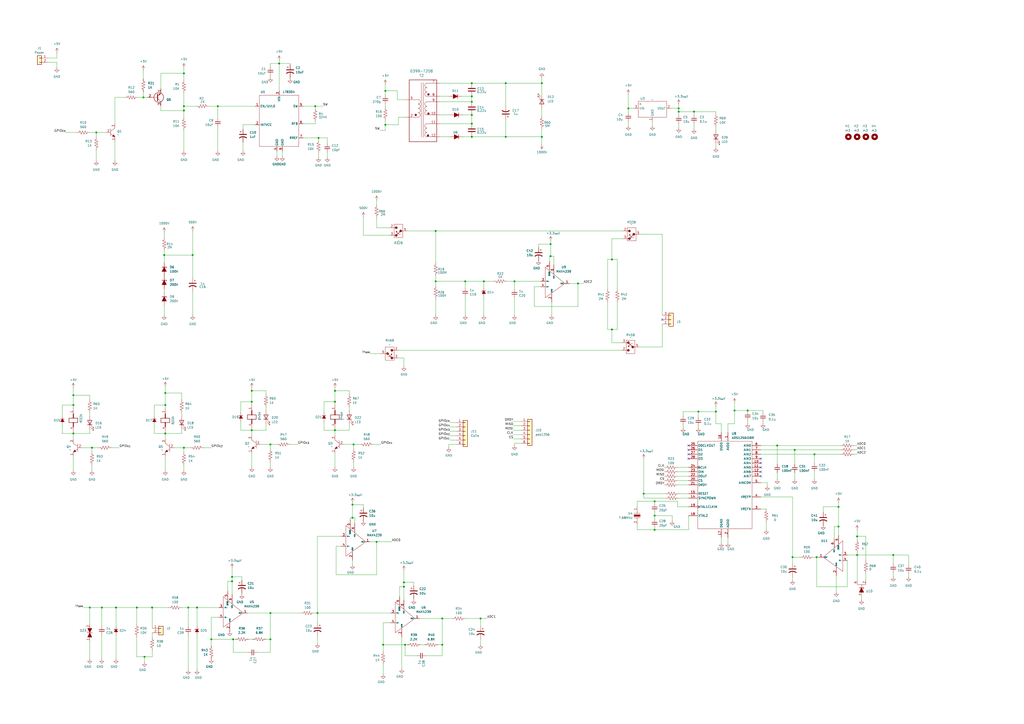
<source format=kicad_sch>
(kicad_sch (version 20250114) (generator "eeschema") (generator_version "9.0")
  (paper "A2")
  (lib_symbols
    (symbol "0399-T208_1" (pin_names (offset 0.254))
      (property "Reference" "T" (at 12.065 32.385 0))
      (property "Value" "0399-T208" (at 12.065 29.845 0))
      (symbol "0399-T208_1_1_1"
        (pin no_connect line (at -3.81 24.765 0) (length 7.62) (hide yes) (name "") (number "6"))
        (pin no_connect line (at -2.54 33.02 0) (length 7.62) (hide yes) (name "") (number "3"))
        (pin passive line (at -2.54 0 0) (length 7.62) (name "") (number "2"))
        (pin passive line (at -2.54 -10.16 0) (length 7.62) (name "") (number "5"))
        (pin no_connect line (at -1.27 29.21 0) (length 7.62) (hide yes) (name "") (number "1"))
        (pin passive line (at 17.78 11.43 180) (length 7.62) (name "") (number "12"))
        (pin passive line (at 17.78 3.81 180) (length 7.62) (name "") (number "11"))
        (pin passive line (at 17.78 -1.27 180) (length 7.62) (name "") (number "10"))
        (pin passive line (at 17.78 -8.89 180) (length 7.62) (name "") (number "9"))
        (pin passive line (at 17.78 -12.065 180) (length 7.62) (name "") (number "8"))
        (pin passive line (at 17.78 -19.685 180) (length 7.62) (name "") (number "7"))
        (pin no_connect line (at 32.385 26.67 180) (length 7.62) (hide yes) (name "") (number "4"))
      )
    )
    (symbol "Connector_Generic:Conn_01x02" (pin_names (offset 1.016) (hide yes))
      (property "Reference" "J" (at 0 2.54 0))
      (property "Value" "Conn_01x02" (at 0 -5.08 0))
      (symbol "Conn_01x02_1_1"
        (pin passive line (at -5.08 0 0) (length 3.81) (name "Pin_1") (number "1"))
        (pin passive line (at -5.08 -2.54 0) (length 3.81) (name "Pin_2") (number "2"))
      )
    )
    (symbol "Connector_Generic:Conn_01x03" (pin_names (offset 1.016) (hide yes))
      (property "Reference" "J" (at 0 5.08 0))
      (property "Value" "Conn_01x03" (at 0 -5.08 0))
      (symbol "Conn_01x03_1_1"
        (pin passive line (at -5.08 2.54 0) (length 3.81) (name "Pin_1") (number "1"))
        (pin passive line (at -5.08 0 0) (length 3.81) (name "Pin_2") (number "2"))
        (pin passive line (at -5.08 -2.54 0) (length 3.81) (name "Pin_3") (number "3"))
      )
    )
    (symbol "Connector_Generic:Conn_01x06" (pin_names (offset 1.016) (hide yes))
      (property "Reference" "J" (at 0 7.62 0))
      (property "Value" "Conn_01x06" (at 0 -10.16 0))
      (symbol "Conn_01x06_1_1"
        (pin passive line (at -5.08 5.08 0) (length 3.81) (name "Pin_1") (number "1"))
        (pin passive line (at -5.08 2.54 0) (length 3.81) (name "Pin_2") (number "2"))
        (pin passive line (at -5.08 0 0) (length 3.81) (name "Pin_3") (number "3"))
        (pin passive line (at -5.08 -2.54 0) (length 3.81) (name "Pin_4") (number "4"))
        (pin passive line (at -5.08 -5.08 0) (length 3.81) (name "Pin_5") (number "5"))
        (pin passive line (at -5.08 -7.62 0) (length 3.81) (name "Pin_6") (number "6"))
      )
    )
    (symbol "Device:C" (pin_numbers (hide yes)) (pin_names (offset 0.254))
      (property "Reference" "C" (at 0.635 2.54 0))
      (property "Value" "C" (at 0.635 -2.54 0))
      (symbol "C_1_1"
        (pin passive line (at 0 3.81 270) (length 2.794) (name "~") (number "1"))
        (pin passive line (at 0 -3.81 90) (length 2.794) (name "~") (number "2"))
      )
    )
    (symbol "Device:C_Polarized_US" (pin_numbers (hide yes)) (pin_names (offset 0.254) (hide yes))
      (property "Reference" "C" (at 0.635 2.54 0))
      (property "Value" "C_Polarized_US" (at 0.635 -2.54 0))
      (symbol "C_Polarized_US_1_1"
        (pin passive line (at 0 3.81 270) (length 2.794) (name "~") (number "1"))
        (pin passive line (at 0 -3.81 90) (length 3.302) (name "~") (number "2"))
      )
    )
    (symbol "Device:C_Small" (pin_numbers (hide yes)) (pin_names (offset 0.254) (hide yes))
      (property "Reference" "C" (at 0.254 1.778 0))
      (property "Value" "C_Small" (at 0.254 -2.032 0))
      (symbol "C_Small_1_1"
        (pin passive line (at 0 2.54 270) (length 2.032) (name "~") (number "1"))
        (pin passive line (at 0 -2.54 90) (length 2.032) (name "~") (number "2"))
      )
    )
    (symbol "Device:D_Filled" (pin_numbers (hide yes)) (pin_names (offset 1.016) (hide yes))
      (property "Reference" "D" (at 0 2.54 0))
      (property "Value" "D_Filled" (at 0 -2.54 0))
      (symbol "D_Filled_1_1"
        (pin passive line (at -3.81 0 0) (length 2.54) (name "K") (number "1"))
        (pin passive line (at 3.81 0 180) (length 2.54) (name "A") (number "2"))
      )
    )
    (symbol "Device:D_Small_Filled" (pin_numbers (hide yes)) (pin_names (offset 0.254) (hide yes))
      (property "Reference" "D" (at -1.27 2.032 0))
      (property "Value" "D_Small_Filled" (at -3.81 -2.032 0))
      (symbol "D_Small_Filled_1_1"
        (pin passive line (at -2.54 0 0) (length 1.778) (name "K") (number "1"))
        (pin passive line (at 2.54 0 180) (length 1.778) (name "A") (number "2"))
      )
    )
    (symbol "Device:D_Zener_Filled" (pin_numbers (hide yes)) (pin_names (offset 1.016) (hide yes))
      (property "Reference" "D" (at 0 2.54 0))
      (property "Value" "D_Zener_Filled" (at 0 -2.54 0))
      (symbol "D_Zener_Filled_1_1"
        (pin passive line (at -3.81 0 0) (length 2.54) (name "K") (number "1"))
        (pin passive line (at 3.81 0 180) (length 2.54) (name "A") (number "2"))
      )
    )
    (symbol "Device:D_Zener_Small_Filled" (pin_numbers (hide yes)) (pin_names (offset 0.254) (hide yes))
      (property "Reference" "D" (at 0 2.286 0))
      (property "Value" "D_Zener_Small_Filled" (at 0 -2.286 0))
      (symbol "D_Zener_Small_Filled_1_1"
        (pin passive line (at -2.54 0 0) (length 1.778) (name "K") (number "1"))
        (pin passive line (at 2.54 0 180) (length 1.778) (name "A") (number "2"))
      )
    )
    (symbol "Device:LED" (pin_numbers (hide yes)) (pin_names (offset 1.016) (hide yes))
      (property "Reference" "D" (at 0 2.54 0))
      (property "Value" "LED" (at 0 -2.54 0))
      (symbol "LED_1_1"
        (pin passive line (at -3.81 0 0) (length 2.54) (name "K") (number "1"))
        (pin passive line (at 3.81 0 180) (length 2.54) (name "A") (number "2"))
      )
    )
    (symbol "Device:R_US" (pin_numbers (hide yes)) (pin_names (offset 0))
      (property "Reference" "R" (at 2.54 0 90))
      (property "Value" "R_US" (at -2.54 0 90))
      (symbol "R_US_1_1"
        (pin passive line (at 0 3.81 270) (length 1.27) (name "~") (number "1"))
        (pin passive line (at 0 -3.81 90) (length 1.27) (name "~") (number "2"))
      )
    )
    (symbol "JuanDavid_Library:2N3904"
      (property "Reference" "Q" (at -3.81 2.54 0))
      (symbol "2N3904_1_1"
        (pin unspecified line (at -2.54 0 0) (length 2.54) (name "") (number "2"))
        (pin unspecified line (at 2.54 5.08 270) (length 2.54) (name "") (number "3"))
        (pin unspecified line (at 2.54 -5.08 90) (length 2.54) (name "") (number "1"))
      )
    )
    (symbol "JuanDavid_Library:7.68MHz"
      (property "Reference" "U" (at 0 5.08 0))
      (property "Value" "7.68MHz" (at 0.635 -3.175 0))
      (symbol "7.68MHz_1_1"
        (pin input line (at -5.08 0 0) (length 2.54) (name "") (number "1"))
        (pin input line (at 5.08 0 180) (length 2.54) (name "") (number "2"))
      )
    )
    (symbol "JuanDavid_Library:ADS1256IDBR"
      (property "Reference" "U" (at -9.525 34.29 0))
      (property "Value" "ADS1256IDBR" (at 10.795 -27.305 0))
      (symbol "ADS1256IDBR_0_1"
        (pin bidirectional line (at -24.13 22.86 0) (length 5.08) (name "D0CLKOUT") (number "25"))
        (pin bidirectional line (at -24.13 20.32 0) (length 5.08) (name "D1") (number "26"))
        (pin bidirectional line (at -24.13 17.78 0) (length 5.08) (name "D2") (number "27"))
        (pin bidirectional line (at -24.13 15.24 0) (length 5.08) (name "D3") (number "28"))
        (pin unspecified clock (at -24.13 10.16 0) (length 5.08) (name "SCLK") (number "24"))
        (pin unspecified line (at -24.13 7.62 0) (length 5.08) (name "DIN") (number "23"))
        (pin unspecified line (at -24.13 5.08 0) (length 5.08) (name "DOUT") (number "22"))
        (pin unspecified line (at -24.13 2.54 0) (length 5.08) (name "CS") (number "20"))
        (pin output line (at -24.13 0 0) (length 5.08) (name "DRDY") (number "21"))
        (pin unspecified line (at -24.13 -5.08 0) (length 5.08) (name "RESET") (number "15"))
        (pin unspecified line (at -24.13 -7.62 0) (length 5.08) (name "SYNCPDWN") (number "14"))
        (pin unspecified clock (at -24.13 -12.7 0) (length 5.08) (name "XTAL1CLKIN") (number "19"))
        (pin unspecified line (at -24.13 -17.78 0) (length 5.08) (name "XTAL2") (number "18"))
        (pin power_in line (at -5.08 30.48 270) (length 5.08) (name "DVDD") (number "16"))
        (pin power_in line (at -5.08 -30.48 90) (length 5.08) (name "DGND") (number "17"))
        (pin power_in line (at -1.27 30.48 270) (length 5.08) (name "AVDD") (number "1"))
        (pin power_in line (at -1.27 -30.48 90) (length 5.08) (name "AGND") (number "2"))
        (pin unspecified line (at 17.78 22.86 180) (length 5.08) (name "AIN0") (number "6"))
        (pin unspecified line (at 17.78 20.32 180) (length 5.08) (name "AIN1") (number "7"))
        (pin unspecified line (at 17.78 17.78 180) (length 5.08) (name "AIN2") (number "8"))
        (pin unspecified line (at 17.78 15.24 180) (length 5.08) (name "AIN3") (number "9"))
        (pin unspecified line (at 17.78 12.7 180) (length 5.08) (name "AIN4") (number "10"))
        (pin unspecified line (at 17.78 10.16 180) (length 5.08) (name "AIN5") (number "11"))
        (pin unspecified line (at 17.78 7.62 180) (length 5.08) (name "AIN6") (number "12"))
        (pin unspecified line (at 17.78 5.08 180) (length 5.08) (name "AIN7") (number "13"))
        (pin unspecified line (at 17.78 1.27 180) (length 5.08) (name "AINCOM") (number "5"))
        (pin unspecified line (at 17.78 -6.985 180) (length 5.08) (name "VREFP") (number "4"))
        (pin unspecified line (at 17.78 -13.97 180) (length 5.08) (name "VREFN") (number "3"))
      )
    )
    (symbol "JuanDavid_Library:AMS1117-3.3"
      (property "Reference" "U3" (at 0.6477 8.89 0))
      (property "Value" "~" (at 0.6477 6.35 0))
      (symbol "AMS1117-3.3_0_1"
        (pin unspecified line (at -10.16 1.27 0) (length 2.54) (name "VIN") (number "3"))
        (pin unspecified line (at 0.635 -6.35 90) (length 2.54) (name "GND") (number "1"))
        (pin unspecified line (at 11.43 1.27 180) (length 2.54) (name "VOUT") (number "2"))
      )
      (symbol "AMS1117-3.3_1_1"
        (pin unspecified line (at 11.43 1.27 180) (length 2.54) (hide yes) (name "VOUT") (number "4"))
      )
    )
    (symbol "JuanDavid_Library:LT1634BIS8-2.5"
      (property "Reference" "U4" (at 1.905 1.27 0))
      (symbol "LT1634BIS8-2.5_1_1"
        (pin no_connect line (at -12.7 5.08 0) (length 2.54) (hide yes) (name "DNC*") (number "1"))
        (pin unspecified non_logic (at -12.7 0 0) (length 2.54) (hide yes) (name "DNC*") (number "3"))
        (pin passive line (at -3.175 7.62 270) (length 2.54) (name "") (number "6"))
        (pin passive line (at -0.635 -1.905 90) (length 2.54) (name "") (number "4"))
        (pin output line (at 1.905 7.62 270) (length 2.54) (name "") (number "2"))
        (pin no_connect line (at 12.7 5.08 180) (length 2.54) (hide yes) (name "NC***") (number "8"))
        (pin no_connect line (at 12.7 2.54 180) (length 2.54) (hide yes) (name "DNC*") (number "7"))
        (pin no_connect line (at 12.7 -2.54 180) (length 2.54) (hide yes) (name "TEST**") (number "5"))
      )
    )
    (symbol "JuanDavid_Library:LT8304"
      (property "Reference" "U" (at -11.43 18.415 0))
      (property "Value" "LT8304" (at 0 -20.32 0))
      (symbol "LT8304_0_1"
        (pin unspecified line (at -13.97 10.16 0) (length 2.54) (name "EN/UVLO") (number "1"))
        (pin unspecified line (at -13.97 -0.635 0) (length 2.54) (name "INTVCC") (number "2"))
        (pin unspecified line (at -1.27 -15.875 90) (length 2.54) (name "GND") (number "4"))
        (pin unspecified line (at 0 19.05 270) (length 2.54) (name "VIN") (number "3"))
        (pin unspecified line (at 1.905 -15.875 90) (length 2.54) (name "GND") (number "9"))
        (pin unspecified line (at 13.97 10.16 180) (length 2.54) (name "SW") (number "5"))
        (pin unspecified line (at 13.97 0 180) (length 2.54) (name "RFB") (number "6"))
        (pin unspecified line (at 13.97 -8.255 180) (length 2.54) (name "RREF") (number "7"))
      )
      (symbol "LT8304_1_1"
        (pin no_connect line (at 19.685 17.145 180) (length 2.54) (hide yes) (name "TC") (number "8"))
      )
    )
    (symbol "JuanDavid_Library:MAX4239"
      (property "Reference" "U1" (at 12.7 8.9602 0))
      (property "Value" "MAX4239" (at 12.7 6.4202 0))
      (symbol "MAX4239_1_1"
        (pin unspecified line (at -6.35 5.715 0) (length 2.54) (name "IN+") (number "3"))
        (pin unspecified line (at -6.35 0 0) (length 2.54) (name "IN-") (number "4"))
        (pin unspecified line (at -1.27 15.24 270) (length 5.08) (name "~{SHDN}") (number "5"))
        (pin unspecified line (at 0 -8.255 90) (length 5.08) (name "GND") (number "2"))
        (pin unspecified line (at 1.27 13.335 270) (length 5.588) (name "VCC") (number "6"))
        (pin unspecified line (at 10.16 2.54 180) (length 2.54) (name "OUT") (number "1"))
      )
    )
    (symbol "JuanDavid_Library:SMBJ5.0CA"
      (property "Reference" "D" (at 0 3.175 0))
      (property "Value" "SMBJ5.0CA" (at 0 -5.08 0))
      (symbol "SMBJ5.0CA_1_1"
        (pin unspecified line (at -5.08 0 0) (length 2.54) (name "") (number "1"))
        (pin unspecified line (at 5.08 0 180) (length 2.54) (name "") (number "2"))
      )
    )
    (symbol "JuanDavid_Library:SimpleRelay"
      (property "Reference" "R" (at -4.445 8.89 0))
      (symbol "SimpleRelay_1_1"
        (pin input line (at 3.81 7.62 270) (length 5.08) (name "") (number "1"))
        (pin input line (at 3.81 -6.985 90) (length 5.08) (name "") (number "4"))
      )
      (symbol "SimpleRelay_2_1"
        (pin passive line (at -5.08 0 0) (length 2.54) (name "") (number "5"))
        (pin passive line (at 5.08 2.54 180) (length 2.54) (name "") (number "3"))
        (pin passive line (at 5.08 -1.905 180) (length 2.54) (name "") (number "2"))
      )
    )
    (symbol "MAX4239_1"
      (property "Reference" "U" (at -6.35 11.43 0))
      (property "Value" "MAX4239" (at 7.62 -3.81 0))
      (symbol "MAX4239_1_1_1"
        (pin unspecified line (at -6.35 3.81 0) (length 2.54) (name "IN+") (number "3"))
        (pin unspecified line (at -6.35 0.635 0) (length 2.54) (name "IN-") (number "4"))
        (pin unspecified line (at -1.27 15.24 270) (length 5.08) (name "~{SHDN}") (number "5"))
        (pin unspecified line (at 0 -8.255 90) (length 5.08) (name "GND") (number "2"))
        (pin unspecified line (at 1.27 13.335 270) (length 5.588) (name "VCC") (number "6"))
        (pin unspecified line (at 10.16 2.54 180) (length 2.54) (name "OUT") (number "1"))
      )
    )
    (symbol "Mechanical:MountingHole" (pin_names (offset 1.016)) (in_bom no)
      (property "Reference" "H" (at 0 5.08 0))
      (property "Value" "MountingHole" (at 0 3.175 0))
    )
    (symbol "Transistor_BJT:2N3906" (pin_names (offset 0) (hide yes))
      (property "Reference" "Q" (at 5.08 1.905 0))
      (property "Value" "2N3906" (at 5.08 0 0))
      (symbol "2N3906_1_1"
        (pin input line (at -5.08 0 0) (length 2.54) (name "B") (number "2"))
        (pin passive line (at 2.54 5.08 270) (length 2.54) (name "C") (number "3"))
        (pin passive line (at 2.54 -5.08 90) (length 2.54) (name "E") (number "1"))
      )
    )
    (symbol "power:+3.3V" (power) (pin_numbers (hide yes)) (pin_names (offset 0) (hide yes))
      (property "Value" "+3.3V" (at 0 3.556 0))
      (symbol "+3.3V_1_1"
        (pin power_in line (at 0 0 90) (length 0) (name "~") (number "1"))
      )
    )
    (symbol "power:+5V" (power) (pin_numbers (hide yes)) (pin_names (offset 0) (hide yes))
      (property "Value" "+5V" (at 0 3.556 0))
      (symbol "+5V_1_1"
        (pin power_in line (at 0 0 90) (length 0) (name "~") (number "1"))
      )
    )
    (symbol "power:GND" (power) (pin_numbers (hide yes)) (pin_names (offset 0) (hide yes))
      (property "Value" "GND" (at 0 -3.81 0))
      (symbol "GND_1_1"
        (pin power_in line (at 0 0 270) (length 0) (name "~") (number "1"))
      )
    )
  )
  (junction (at 280.67 163.195))
  (junction (at 223.52 72.39))
  (junction (at 273.685 59.055))
  (junction (at 319.405 148.59))
  (junction (at 426.085 238.125))
  (junction (at 273.685 55.88))
  (junction (at 314.325 79.375))
  (junction (at 234.315 340.36))
  (junction (at 354.965 191.135))
  (junction (at 393.7 62.865))
  (junction (at 354.965 150.495))
  (junction (at 59.055 352.425))
  (junction (at 273.685 66.675))
  (junction (at 156.845 355.6))
  (junction (at 194.31 226.695))
  (junction (at 252.73 133.985))
  (junction (at 88.265 352.425))
  (junction (at 204.47 292.735))
  (junction (at 256.54 358.775))
  (junction (at 497.205 321.945))
  (junction (at 393.7 64.77))
  (junction (at 415.29 238.76))
  (junction (at 335.28 164.465))
  (junction (at 83.82 381))
  (junction (at 314.325 48.26))
  (junction (at 182.88 61.595))
  (junction (at 278.765 358.775))
  (junction (at 156.845 370.84))
  (junction (at 52.07 352.425))
  (junction (at 486.41 305.435))
  (junction (at 106.68 61.595))
  (junction (at 109.22 352.425))
  (junction (at 497.205 311.15))
  (junction (at 106.68 259.715))
  (junction (at 373.38 286.385))
  (junction (at 106.68 42.545))
  (junction (at 234.95 374.015))
  (junction (at 252.73 163.195))
  (junction (at 218.44 314.325))
  (junction (at 473.71 323.215))
  (junction (at 184.785 80.01))
  (junction (at 234.315 337.82))
  (junction (at 518.16 321.945))
  (junction (at 450.85 258.445))
  (junction (at 223.52 52.705))
  (junction (at 111.76 147.955))
  (junction (at 222.25 374.015))
  (junction (at 293.37 48.26))
  (junction (at 122.555 370.84))
  (junction (at 405.13 238.76))
  (junction (at 298.45 163.195))
  (junction (at 146.05 233.045))
  (junction (at 146.05 249.555))
  (junction (at 194.31 249.555))
  (junction (at 106.68 64.135))
  (junction (at 319.405 141.605))
  (junction (at 205.105 257.81))
  (junction (at 379.73 307.34))
  (junction (at 42.545 229.235))
  (junction (at 293.37 79.375))
  (junction (at 42.545 234.95))
  (junction (at 134.62 334.645))
  (junction (at 402.59 64.77))
  (junction (at 379.73 299.085))
  (junction (at 83.185 56.515))
  (junction (at 486.41 294.005))
  (junction (at 156.845 257.81))
  (junction (at 273.685 79.375))
  (junction (at 67.31 352.425))
  (junction (at 135.255 370.84))
  (junction (at 269.875 163.195))
  (junction (at 472.44 263.525))
  (junction (at 433.705 238.125))
  (junction (at 204.47 300.355))
  (junction (at 95.885 227.965))
  (junction (at 42.545 251.46))
  (junction (at 95.885 234.95))
  (junction (at 194.31 233.045))
  (junction (at 79.375 352.425))
  (junction (at 273.685 48.26))
  (junction (at 95.885 251.46))
  (junction (at 161.925 36.83))
  (junction (at 256.54 374.015))
  (junction (at 459.74 323.215))
  (junction (at 95.25 147.955))
  (junction (at 364.49 62.865))
  (junction (at 146.05 226.695))
  (junction (at 53.34 259.715))
  (junction (at 273.685 71.755))
  (junction (at 184.15 355.6))
  (junction (at 461.01 260.985))
  (junction (at 134.62 337.185))
  (junction (at 126.365 61.595))
  (junction (at 55.88 76.835))
  (junction (at 114.3 352.425))
  (junction (at 379.73 290.83))
  (no_connect (at 399.415 266.065))
  (no_connect (at 399.415 260.985))
  (no_connect (at 384.175 185.42))
  (no_connect (at 399.415 263.525))
  (no_connect (at 441.325 268.605))
  (no_connect (at 441.325 271.145))
  (no_connect (at 441.325 276.225))
  (no_connect (at 399.415 258.445))
  (no_connect (at 441.325 273.685))
  (no_connect (at 441.325 266.065))
  (wire (pts (xy 146.05 262.89) (xy 146.05 271.145)))
  (wire (pts (xy 234.95 380.365) (xy 234.95 374.015)))
  (wire (pts (xy 222.25 385.445) (xy 222.25 391.16)))
  (wire (pts (xy 126.365 61.595) (xy 147.955 61.595)))
  (wire (pts (xy 273.685 55.88) (xy 273.685 59.055)))
  (wire (pts (xy 194.31 233.045) (xy 194.31 234.315)))
  (wire (pts (xy 122.555 370.84) (xy 135.255 370.84)))
  (wire (pts (xy 106.68 259.715) (xy 100.965 259.715)))
  (wire (pts (xy 194.945 333.375) (xy 218.44 333.375)))
  (wire (pts (xy 370.84 201.295) (xy 384.175 201.295)))
  (wire (pts (xy 497.205 321.945) (xy 518.16 321.945)))
  (wire (pts (xy 146.05 249.555) (xy 146.05 252.73)))
  (wire (pts (xy 106.68 269.875) (xy 106.68 273.05)))
  (wire (pts (xy 95.25 167.64) (xy 95.25 169.545)))
  (wire (pts (xy 491.49 325.12) (xy 491.49 340.36)))
  (wire (pts (xy 52.07 372.11) (xy 52.07 382.27)))
  (wire (pts (xy 491.49 321.945) (xy 497.205 321.945)))
  (wire (pts (xy 335.28 177.8) (xy 335.28 164.465)))
  (wire (pts (xy 156.845 378.46) (xy 156.845 370.84)))
  (wire (pts (xy 210.82 125.73) (xy 210.82 136.525)))
  (wire (pts (xy 393.7 60.325) (xy 393.7 62.865)))
  (wire (pts (xy 89.535 246.38) (xy 89.535 251.46)))
  (wire (pts (xy 369.57 294.005) (xy 369.57 290.83)))
  (wire (pts (xy 126.365 61.595) (xy 126.365 68.58)))
  (wire (pts (xy 486.41 291.465) (xy 486.41 294.005)))
  (wire (pts (xy 399.415 281.305) (xy 393.065 281.305)))
  (wire (pts (xy 369.57 290.83) (xy 379.73 290.83)))
  (wire (pts (xy 352.425 191.135) (xy 354.965 191.135)))
  (wire (pts (xy 373.38 266.065) (xy 373.38 286.385)))
  (wire (pts (xy 278.765 370.84) (xy 278.765 374.015)))
  (wire (pts (xy 405.13 241.935) (xy 405.13 238.76)))
  (wire (pts (xy 139.7 249.555) (xy 146.05 249.555)))
  (wire (pts (xy 122.555 370.84) (xy 122.555 374.65)))
  (wire (pts (xy 402.59 71.755) (xy 402.59 74.93)))
  (wire (pts (xy 255.27 48.26) (xy 273.685 48.26)))
  (wire (pts (xy 202.565 228.6) (xy 202.565 226.695)))
  (wire (pts (xy 415.29 66.04) (xy 415.29 64.77)))
  (wire (pts (xy 234.315 330.835) (xy 234.315 337.82)))
  (wire (pts (xy 230.505 57.785) (xy 230.505 52.705)))
  (wire (pts (xy 83.185 53.34) (xy 83.185 56.515)))
  (wire (pts (xy 83.185 56.515) (xy 85.725 56.515)))
  (wire (pts (xy 252.73 133.985) (xy 361.315 133.985)))
  (wire (pts (xy 66.675 81.915) (xy 66.675 93.345)))
  (wire (pts (xy 182.88 61.595) (xy 175.895 61.595)))
  (wire (pts (xy 218.44 132.08) (xy 226.06 132.08)))
  (wire (pts (xy 298.45 163.195) (xy 313.69 163.195)))
  (wire (pts (xy 202.565 245.745) (xy 202.565 249.555)))
  (wire (pts (xy 216.535 257.81) (xy 220.98 257.81)))
  (wire (pts (xy 319.405 148.59) (xy 318.77 148.59)))
  (wire (pts (xy 502.285 332.74) (xy 502.285 336.55)))
  (wire (pts (xy 256.54 358.775) (xy 256.54 374.015)))
  (wire (pts (xy 182.88 62.865) (xy 182.88 61.595)))
  (wire (pts (xy 399.415 273.685) (xy 393.065 273.685)))
  (wire (pts (xy 358.14 150.495) (xy 358.14 167.64)))
  (wire (pts (xy 354.965 150.495) (xy 358.14 150.495)))
  (wire (pts (xy 154.305 236.22) (xy 154.305 238.125)))
  (wire (pts (xy 485.14 334.01) (xy 485.14 343.535)))
  (wire (pts (xy 335.28 164.465) (xy 338.455 164.465)))
  (wire (pts (xy 252.73 160.02) (xy 252.73 163.195)))
  (wire (pts (xy 105.41 239.395) (xy 105.41 241.3)))
  (wire (pts (xy 146.05 233.045) (xy 146.05 234.315)))
  (wire (pts (xy 140.335 344.805) (xy 140.335 344.17)))
  (wire (pts (xy 415.29 245.745) (xy 418.465 245.745)))
  (wire (pts (xy 319.405 141.605) (xy 319.405 148.59)))
  (wire (pts (xy 88.265 352.425) (xy 97.79 352.425)))
  (wire (pts (xy 95.885 264.795) (xy 95.885 273.05)))
  (wire (pts (xy 36.195 241.3) (xy 36.195 234.95)))
  (wire (pts (xy 59.055 352.425) (xy 67.31 352.425)))
  (wire (pts (xy 42.545 251.46) (xy 42.545 254.635)))
  (wire (pts (xy 118.11 259.715) (xy 122.555 259.715)))
  (wire (pts (xy 52.07 352.425) (xy 59.055 352.425)))
  (wire (pts (xy 36.195 251.46) (xy 42.545 251.46)))
  (wire (pts (xy 106.68 67.945) (xy 106.68 64.135)))
  (wire (pts (xy 83.82 381) (xy 88.265 381)))
  (wire (pts (xy 314.325 55.245) (xy 314.325 48.26)))
  (wire (pts (xy 269.875 172.085) (xy 269.875 182.88)))
  (wire (pts (xy 205.105 257.81) (xy 199.39 257.81)))
  (wire (pts (xy 418.465 311.785) (xy 418.465 314.96)))
  (wire (pts (xy 471.805 323.215) (xy 473.71 323.215)))
  (wire (pts (xy 93.345 42.545) (xy 106.68 42.545)))
  (wire (pts (xy 55.88 86.995) (xy 55.88 93.345)))
  (wire (pts (xy 379.73 290.83) (xy 393.065 290.83)))
  (wire (pts (xy 450.85 258.445) (xy 450.85 269.24)))
  (wire (pts (xy 204.47 300.355) (xy 203.2 300.355)))
  (wire (pts (xy 252.73 133.985) (xy 252.73 152.4)))
  (wire (pts (xy 269.875 358.775) (xy 278.765 358.775)))
  (wire (pts (xy 518.16 327.025) (xy 518.16 321.945)))
  (wire (pts (xy 189.865 88.265) (xy 189.865 91.44)))
  (wire (pts (xy 298.45 167.64) (xy 298.45 163.195)))
  (wire (pts (xy 109.22 368.3) (xy 109.22 388.62)))
  (wire (pts (xy 379.73 290.83) (xy 379.73 292.1)))
  (wire (pts (xy 184.15 355.6) (xy 226.695 355.6)))
  (wire (pts (xy 399.415 278.765) (xy 393.065 278.765)))
  (wire (pts (xy 168.275 257.81) (xy 172.72 257.81)))
  (wire (pts (xy 203.2 300.355) (xy 203.2 301.625)))
  (wire (pts (xy 269.875 163.195) (xy 280.67 163.195)))
  (wire (pts (xy 278.765 358.775) (xy 278.765 363.22)))
  (wire (pts (xy 156.845 370.84) (xy 154.305 370.84)))
  (wire (pts (xy 134.62 329.565) (xy 134.62 334.645)))
  (wire (pts (xy 477.52 297.18) (xy 477.52 294.005)))
  (wire (pts (xy 198.12 311.15) (xy 184.15 311.15)))
  (wire (pts (xy 187.325 61.595) (xy 182.88 61.595)))
  (wire (pts (xy 42.545 250.825) (xy 42.545 251.46)))
  (wire (pts (xy 88.265 377.19) (xy 88.265 381)))
  (wire (pts (xy 450.85 274.32) (xy 450.85 278.13)))
  (wire (pts (xy 486.41 294.005) (xy 486.41 305.435)))
  (wire (pts (xy 194.31 262.89) (xy 194.31 271.145)))
  (wire (pts (xy 156.845 257.81) (xy 151.13 257.81)))
  (wire (pts (xy 161.925 36.83) (xy 168.275 36.83)))
  (wire (pts (xy 384.175 135.89) (xy 384.175 182.88)))
  (wire (pts (xy 184.785 80.01) (xy 184.785 81.28)))
  (wire (pts (xy 132.08 337.185) (xy 134.62 337.185)))
  (wire (pts (xy 518.16 332.105) (xy 518.16 334.645)))
  (wire (pts (xy 223.52 52.705) (xy 223.52 55.245)))
  (wire (pts (xy 442.595 244.475) (xy 442.595 245.745)))
  (wire (pts (xy 182.245 355.6) (xy 184.15 355.6)))
  (wire (pts (xy 187.96 239.395) (xy 187.96 233.045)))
  (wire (pts (xy 399.415 286.385) (xy 393.7 286.385)))
  (wire (pts (xy 111.76 168.91) (xy 111.76 182.88)))
  (wire (pts (xy 379.73 299.085) (xy 379.73 300.99)))
  (wire (pts (xy 95.885 224.155) (xy 95.885 227.965)))
  (wire (pts (xy 79.375 369.57) (xy 79.375 381)))
  (wire (pts (xy 135.255 378.46) (xy 135.255 370.84)))
  (wire (pts (xy 234.315 340.36) (xy 234.315 347.98)))
  (wire (pts (xy 389.89 299.085) (xy 389.89 302.26)))
  (wire (pts (xy 379.73 297.18) (xy 379.73 299.085)))
  (wire (pts (xy 204.47 291.465) (xy 204.47 292.735)))
  (wire (pts (xy 527.05 327.66) (xy 527.05 321.945)))
  (wire (pts (xy 189.865 83.185) (xy 189.865 80.01)))
  (wire (pts (xy 255.27 66.675) (xy 260.985 66.675)))
  (wire (pts (xy 106.68 39.37) (xy 106.68 42.545)))
  (wire (pts (xy 240.03 337.82) (xy 234.315 337.82)))
  (wire (pts (xy 495.3 258.445) (xy 497.205 258.445)))
  (wire (pts (xy 444.5 302.895) (xy 444.5 307.34)))
  (wire (pts (xy 67.31 352.425) (xy 79.375 352.425)))
  (wire (pts (xy 497.205 260.985) (xy 495.3 260.985)))
  (wire (pts (xy 433.705 238.76) (xy 433.705 238.125)))
  (wire (pts (xy 184.15 368.935) (xy 184.15 373.38)))
  (wire (pts (xy 399.415 276.225) (xy 393.065 276.225)))
  (wire (pts (xy 205.74 303.53) (xy 205.74 300.355)))
  (wire (pts (xy 52.07 76.835) (xy 55.88 76.835)))
  (wire (pts (xy 314.325 45.085) (xy 314.325 48.26)))
  (wire (pts (xy 66.675 56.515) (xy 72.39 56.515)))
  (wire (pts (xy 405.13 247.015) (xy 405.13 248.285)))
  (wire (pts (xy 146.05 226.695) (xy 146.05 233.045)))
  (wire (pts (xy 352.425 175.26) (xy 352.425 191.135)))
  (wire (pts (xy 210.82 294.64) (xy 210.82 292.735)))
  (wire (pts (xy 426.085 238.125) (xy 426.085 245.745)))
  (wire (pts (xy 472.44 268.605) (xy 472.44 263.525)))
  (wire (pts (xy 243.84 374.015) (xy 246.38 374.015)))
  (wire (pts (xy 483.87 305.435) (xy 486.41 305.435)))
  (wire (pts (xy 459.74 288.29) (xy 459.74 323.215)))
  (wire (pts (xy 389.89 299.085) (xy 379.73 299.085)))
  (wire (pts (xy 106.68 75.565) (xy 106.68 87.63)))
  (wire (pts (xy 442.595 238.125) (xy 433.705 238.125)))
  (wire (pts (xy 379.73 307.34) (xy 379.73 306.07)))
  (wire (pts (xy 156.845 355.6) (xy 174.625 355.6)))
  (wire (pts (xy 146.05 249.555) (xy 154.305 249.555)))
  (wire (pts (xy 441.325 288.29) (xy 459.74 288.29)))
  (wire (pts (xy 293.37 69.215) (xy 293.37 79.375)))
  (wire (pts (xy 252.73 163.195) (xy 252.73 165.735)))
  (wire (pts (xy 393.065 294.005) (xy 393.065 290.83)))
  (wire (pts (xy 364.49 62.865) (xy 364.49 65.405)))
  (wire (pts (xy 314.325 79.375) (xy 314.325 83.82)))
  (wire (pts (xy 260.985 255.27) (xy 264.795 255.27)))
  (wire (pts (xy 127 358.14) (xy 122.555 358.14)))
  (wire (pts (xy 527.05 321.945) (xy 518.16 321.945)))
  (wire (pts (xy 472.44 273.685) (xy 472.44 278.13)))
  (wire (pts (xy 267.97 55.88) (xy 273.685 55.88)))
  (wire (pts (xy 396.24 238.76) (xy 405.13 238.76)))
  (wire (pts (xy 33.02 30.48) (xy 33.02 33.655)))
  (wire (pts (xy 393.7 66.675) (xy 393.7 64.77)))
  (wire (pts (xy 497.205 307.34) (xy 497.205 311.15)))
  (wire (pts (xy 95.885 250.825) (xy 95.885 251.46)))
  (wire (pts (xy 260.985 247.65) (xy 264.795 247.65)))
  (wire (pts (xy 441.325 263.525) (xy 472.44 263.525)))
  (wire (pts (xy 415.29 235.585) (xy 415.29 238.76)))
  (wire (pts (xy 198.12 316.865) (xy 194.945 316.865)))
  (wire (pts (xy 140.335 334.645) (xy 134.62 334.645)))
  (wire (pts (xy 194.31 248.92) (xy 194.31 249.555)))
  (wire (pts (xy 218.44 314.325) (xy 227.33 314.325)))
  (wire (pts (xy 393.7 62.865) (xy 393.7 64.77)))
  (wire (pts (xy 156.845 267.97) (xy 156.845 271.145)))
  (wire (pts (xy 111.76 161.29) (xy 111.76 147.955)))
  (wire (pts (xy 139.7 239.395) (xy 139.7 233.045)))
  (wire (pts (xy 218.44 314.325) (xy 214.63 314.325)))
  (wire (pts (xy 95.25 134.62) (xy 95.25 137.795)))
  (wire (pts (xy 309.88 177.8) (xy 335.28 177.8)))
  (wire (pts (xy 55.88 76.835) (xy 61.595 76.835)))
  (wire (pts (xy 234.95 67.945) (xy 231.14 67.945)))
  (wire (pts (xy 27.94 36.195) (xy 33.02 36.195)))
  (wire (pts (xy 364.49 70.485) (xy 364.49 73.025)))
  (wire (pts (xy 134.62 334.645) (xy 134.62 337.185)))
  (wire (pts (xy 184.15 355.6) (xy 184.15 361.315)))
  (wire (pts (xy 33.02 36.195) (xy 33.02 39.37)))
  (wire (pts (xy 53.34 269.875) (xy 53.34 273.05)))
  (wire (pts (xy 280.67 163.195) (xy 286.385 163.195)))
  (wire (pts (xy 314.325 62.865) (xy 314.325 67.31)))
  (wire (pts (xy 426.085 245.745) (xy 422.275 245.745)))
  (wire (pts (xy 260.35 257.81) (xy 260.35 259.715)))
  (wire (pts (xy 66.675 56.515) (xy 66.675 71.755)))
  (wire (pts (xy 256.54 358.775) (xy 262.255 358.775)))
  (wire (pts (xy 233.045 369.57) (xy 233.045 387.985)))
  (wire (pts (xy 105.41 231.775) (xy 105.41 227.965)))
  (wire (pts (xy 160.655 87.63) (xy 160.655 90.805)))
  (wire (pts (xy 53.34 259.715) (xy 53.34 262.255)))
  (wire (pts (xy 135.255 370.84) (xy 136.525 370.84)))
  (wire (pts (xy 109.22 363.22) (xy 109.22 352.425)))
  (wire (pts (xy 36.195 246.38) (xy 36.195 251.46)))
  (wire (pts (xy 57.15 259.715) (xy 53.34 259.715)))
  (wire (pts (xy 222.25 361.315) (xy 222.25 374.015)))
  (wire (pts (xy 499.745 346.075) (xy 499.745 347.98)))
  (wire (pts (xy 194.945 316.865) (xy 194.945 333.375)))
  (wire (pts (xy 280.67 172.085) (xy 280.67 182.88)))
  (wire (pts (xy 240.03 347.98) (xy 240.03 347.345)))
  (wire (pts (xy 95.25 177.165) (xy 95.25 182.88)))
  (wire (pts (xy 241.935 380.365) (xy 234.95 380.365)))
  (wire (pts (xy 182.88 70.485) (xy 182.88 71.755)))
  (wire (pts (xy 256.54 374.015) (xy 254 374.015)))
  (wire (pts (xy 106.68 42.545) (xy 106.68 46.355)))
  (wire (pts (xy 459.74 334.645) (xy 459.74 336.55)))
  (wire (pts (xy 220.345 75.565) (xy 223.52 75.565)))
  (wire (pts (xy 95.885 251.46) (xy 95.885 254.635)))
  (wire (pts (xy 156.845 355.6) (xy 156.845 370.84)))
  (wire (pts (xy 297.815 254.635) (xy 302.26 254.635)))
  (wire (pts (xy 222.25 374.015) (xy 222.25 377.825)))
  (wire (pts (xy 106.68 61.595) (xy 113.665 61.595)))
  (wire (pts (xy 445.135 280.035) (xy 445.135 281.94)))
  (wire (pts (xy 64.77 259.715) (xy 69.215 259.715)))
  (wire (pts (xy 89.535 251.46) (xy 95.885 251.46)))
  (wire (pts (xy 422.275 311.785) (xy 422.275 314.96)))
  (wire (pts (xy 309.88 166.37) (xy 309.88 177.8)))
  (wire (pts (xy 369.57 307.34) (xy 379.73 307.34)))
  (wire (pts (xy 402.59 66.675) (xy 402.59 64.77)))
  (wire (pts (xy 399.415 294.005) (xy 393.065 294.005)))
  (wire (pts (xy 442.595 239.395) (xy 442.595 238.125)))
  (wire (pts (xy 140.97 72.39) (xy 140.97 74.93)))
  (wire (pts (xy 79.375 381) (xy 83.82 381)))
  (wire (pts (xy 240.03 339.725) (xy 240.03 337.82)))
  (wire (pts (xy 264.795 257.81) (xy 260.35 257.81)))
  (wire (pts (xy 486.41 305.435) (xy 486.41 310.515)))
  (wire (pts (xy 210.82 136.525) (xy 226.06 136.525)))
  (wire (pts (xy 132.08 342.9) (xy 132.08 337.185)))
  (wire (pts (xy 146.05 248.92) (xy 146.05 249.555)))
  (wire (pts (xy 42.545 251.46) (xy 52.07 251.46)))
  (wire (pts (xy 255.27 59.055) (xy 273.685 59.055)))
  (wire (pts (xy 105.41 248.92) (xy 105.41 251.46)))
  (wire (pts (xy 156.845 38.735) (xy 156.845 36.83)))
  (wire (pts (xy 335.28 164.465) (xy 330.2 164.465)))
  (wire (pts (xy 194.31 226.695) (xy 202.565 226.695)))
  (wire (pts (xy 273.685 66.675) (xy 273.685 71.755)))
  (wire (pts (xy 399.415 299.085) (xy 399.415 307.34)))
  (wire (pts (xy 147.955 72.39) (xy 140.97 72.39)))
  (wire (pts (xy 461.01 260.985) (xy 487.68 260.985)))
  (wire (pts (xy 433.705 243.84) (xy 433.705 245.745)))
  (wire (pts (xy 67.31 352.425) (xy 67.31 363.22)))
  (wire (pts (xy 313.69 166.37) (xy 309.88 166.37)))
  (wire (pts (xy 268.605 79.375) (xy 273.685 79.375)))
  (wire (pts (xy 293.37 61.595) (xy 293.37 48.26)))
  (wire (pts (xy 354.965 191.135) (xy 354.965 198.755)))
  (wire (pts (xy 293.37 79.375) (xy 273.685 79.375)))
  (wire (pts (xy 260.985 245.11) (xy 264.795 245.11)))
  (wire (pts (xy 52.07 248.92) (xy 52.07 251.46)))
  (wire (pts (xy 393.7 62.865) (xy 389.255 62.865)))
  (wire (pts (xy 182.88 71.755) (xy 175.895 71.755)))
  (wire (pts (xy 312.42 141.605) (xy 319.405 141.605)))
  (wire (pts (xy 269.875 163.195) (xy 252.73 163.195)))
  (wire (pts (xy 473.71 323.215) (xy 474.98 323.215)))
  (wire (pts (xy 255.27 79.375) (xy 260.985 79.375)))
  (wire (pts (xy 321.31 153.67) (xy 321.31 148.59)))
  (wire (pts (xy 260.985 250.19) (xy 264.795 250.19)))
  (wire (pts (xy 384.175 187.96) (xy 384.175 201.295)))
  (wire (pts (xy 161.925 36.83) (xy 161.925 52.705)))
  (wire (pts (xy 42.545 224.79) (xy 42.545 229.235)))
  (wire (pts (xy 154.305 245.745) (xy 154.305 249.555)))
  (wire (pts (xy 83.82 381) (xy 83.82 384.175)))
  (wire (pts (xy 95.885 227.965) (xy 95.885 234.95)))
  (wire (pts (xy 461.01 274.32) (xy 461.01 278.13)))
  (wire (pts (xy 491.49 340.36) (xy 473.71 340.36)))
  (wire (pts (xy 149.225 378.46) (xy 156.845 378.46)))
  (wire (pts (xy 231.14 67.945) (xy 231.14 72.39)))
  (wire (pts (xy 126.365 73.66) (xy 126.365 87.63)))
  (wire (pts (xy 396.24 246.38) (xy 396.24 248.285)))
  (wire (pts (xy 111.76 133.985) (xy 111.76 147.955)))
  (wire (pts (xy 297.815 247.015) (xy 302.26 247.015)))
  (wire (pts (xy 204.47 292.735) (xy 204.47 300.355)))
  (wire (pts (xy 302.26 257.175) (xy 298.45 257.175)))
  (wire (pts (xy 218.44 116.205) (xy 218.44 118.745)))
  (wire (pts (xy 405.13 238.76) (xy 415.29 238.76)))
  (wire (pts (xy 223.52 52.705) (xy 230.505 52.705)))
  (wire (pts (xy 297.815 252.095) (xy 302.26 252.095)))
  (wire (pts (xy 361.315 138.43) (xy 354.965 138.43)))
  (wire (pts (xy 223.52 72.39) (xy 223.52 69.85)))
  (wire (pts (xy 461.01 260.985) (xy 461.01 269.24)))
  (wire (pts (xy 268.605 66.675) (xy 273.685 66.675)))
  (wire (pts (xy 111.76 147.955) (xy 95.25 147.955)))
  (wire (pts (xy 293.37 79.375) (xy 314.325 79.375)))
  (wire (pts (xy 106.68 53.975) (xy 106.68 61.595)))
  (wire (pts (xy 297.815 249.555) (xy 302.26 249.555)))
  (wire (pts (xy 231.14 207.645) (xy 234.315 207.645)))
  (wire (pts (xy 88.265 367.03) (xy 88.265 369.57)))
  (wire (pts (xy 83.185 40.64) (xy 83.185 45.72)))
  (wire (pts (xy 38.1 76.835) (xy 44.45 76.835)))
  (wire (pts (xy 202.565 236.22) (xy 202.565 238.125)))
  (wire (pts (xy 255.27 71.755) (xy 273.685 71.755)))
  (wire (pts (xy 194.31 226.695) (xy 194.31 233.045)))
  (wire (pts (xy 160.655 257.81) (xy 156.845 257.81)))
  (wire (pts (xy 109.22 352.425) (xy 114.3 352.425)))
  (wire (pts (xy 95.25 145.415) (xy 95.25 147.955)))
  (wire (pts (xy 59.055 352.425) (xy 59.055 363.22)))
  (wire (pts (xy 156.845 36.83) (xy 161.925 36.83)))
  (wire (pts (xy 483.87 312.42) (xy 483.87 305.435)))
  (wire (pts (xy 122.555 358.14) (xy 122.555 370.84)))
  (wire (pts (xy 89.535 241.3) (xy 89.535 234.95)))
  (wire (pts (xy 205.105 257.81) (xy 205.105 260.35)))
  (wire (pts (xy 143.51 355.6) (xy 156.845 355.6)))
  (wire (pts (xy 139.7 233.045) (xy 146.05 233.045)))
  (wire (pts (xy 59.055 368.3) (xy 59.055 382.27)))
  (wire (pts (xy 441.325 258.445) (xy 450.85 258.445)))
  (wire (pts (xy 415.29 83.185) (xy 415.29 85.725)))
  (wire (pts (xy 134.62 337.185) (xy 134.62 344.805)))
  (wire (pts (xy 27.94 33.655) (xy 33.02 33.655)))
  (wire (pts (xy 105.41 227.965) (xy 95.885 227.965)))
  (wire (pts (xy 393.7 71.755) (xy 393.7 74.295)))
  (wire (pts (xy 184.785 88.9) (xy 184.785 91.44)))
  (wire (pts (xy 269.875 167.005) (xy 269.875 163.195)))
  (wire (pts (xy 247.015 380.365) (xy 256.54 380.365)))
  (wire (pts (xy 210.82 292.735) (xy 204.47 292.735)))
  (wire (pts (xy 393.7 64.77) (xy 402.59 64.77)))
  (wire (pts (xy 110.49 259.715) (xy 106.68 259.715)))
  (wire (pts (xy 226.695 361.315) (xy 222.25 361.315)))
  (wire (pts (xy 441.325 280.035) (xy 445.135 280.035)))
  (wire (pts (xy 114.3 352.425) (xy 114.3 363.22)))
  (wire (pts (xy 231.14 72.39) (xy 223.52 72.39)))
  (wire (pts (xy 399.415 288.925) (xy 393.7 288.925)))
  (wire (pts (xy 80.01 56.515) (xy 83.185 56.515)))
  (wire (pts (xy 497.205 263.525) (xy 495.3 263.525)))
  (wire (pts (xy 194.31 224.79) (xy 194.31 226.695)))
  (wire (pts (xy 441.325 260.985) (xy 461.01 260.985)))
  (wire (pts (xy 222.25 374.015) (xy 234.95 374.015)))
  (wire (pts (xy 472.44 263.525) (xy 487.68 263.525)))
  (wire (pts (xy 502.285 325.12) (xy 502.285 311.15)))
  (wire (pts (xy 175.895 80.01) (xy 184.785 80.01)))
  (wire (pts (xy 293.37 48.26) (xy 273.685 48.26)))
  (wire (pts (xy 415.29 238.76) (xy 415.29 245.745)))
  (wire (pts (xy 298.45 163.195) (xy 294.005 163.195)))
  (wire (pts (xy 79.375 352.425) (xy 88.265 352.425)))
  (wire (pts (xy 373.38 286.385) (xy 373.38 288.925)))
  (wire (pts (xy 55.88 76.835) (xy 55.88 79.375)))
  (wire (pts (xy 236.22 133.985) (xy 252.73 133.985)))
  (wire (pts (xy 187.96 244.475) (xy 187.96 249.555)))
  (wire (pts (xy 106.68 64.135) (xy 106.68 61.595)))
  (wire (pts (xy 168.275 36.83) (xy 168.275 37.465)))
  (wire (pts (xy 105.41 251.46) (xy 95.885 251.46)))
  (wire (pts (xy 378.46 70.485) (xy 378.46 73.025)))
  (wire (pts (xy 42.545 229.235) (xy 42.545 234.95)))
  (wire (pts (xy 255.27 55.88) (xy 260.35 55.88)))
  (wire (pts (xy 231.14 203.2) (xy 360.68 203.2)))
  (wire (pts (xy 161.925 34.925) (xy 161.925 36.83)))
  (wire (pts (xy 79.375 352.425) (xy 79.375 361.95)))
  (wire (pts (xy 379.73 307.34) (xy 399.415 307.34)))
  (wire (pts (xy 260.985 252.73) (xy 264.795 252.73)))
  (wire (pts (xy 464.185 323.215) (xy 459.74 323.215)))
  (wire (pts (xy 214.63 205.105) (xy 220.98 205.105)))
  (wire (pts (xy 396.24 241.3) (xy 396.24 238.76)))
  (wire (pts (xy 140.97 82.55) (xy 140.97 87.63)))
  (wire (pts (xy 223.52 75.565) (xy 223.52 72.39)))
  (wire (pts (xy 459.74 323.215) (xy 459.74 327.025)))
  (wire (pts (xy 234.315 337.82) (xy 234.315 340.36)))
  (wire (pts (xy 319.405 139.7) (xy 319.405 141.605)))
  (wire (pts (xy 256.54 374.015) (xy 256.54 380.365)))
  (wire (pts (xy 393.065 271.145) (xy 399.415 271.145)))
  (wire (pts (xy 154.305 228.6) (xy 154.305 226.695)))
  (wire (pts (xy 314.325 74.93) (xy 314.325 79.375)))
  (wire (pts (xy 433.705 238.125) (xy 426.085 238.125)))
  (wire (pts (xy 140.335 336.55) (xy 140.335 334.645)))
  (wire (pts (xy 93.345 61.595) (xy 93.345 64.135)))
  (wire (pts (xy 146.05 224.79) (xy 146.05 226.695)))
  (wire (pts (xy 52.07 239.395) (xy 52.07 241.3)))
  (wire (pts (xy 163.83 87.63) (xy 163.83 90.805)))
  (wire (pts (xy 114.3 352.425) (xy 127 352.425)))
  (wire (pts (xy 52.07 361.95) (xy 52.07 352.425)))
  (wire (pts (xy 187.96 233.045) (xy 194.31 233.045)))
  (wire (pts (xy 93.345 42.545) (xy 93.345 51.435)))
  (wire (pts (xy 473.71 340.36) (xy 473.71 323.215)))
  (wire (pts (xy 243.205 358.775) (xy 256.54 358.775)))
  (wire (pts (xy 364.49 54.61) (xy 364.49 62.865)))
  (wire (pts (xy 297.815 244.475) (xy 302.26 244.475)))
  (wire (pts (xy 95.25 147.955) (xy 95.25 152.4)))
  (wire (pts (xy 144.145 378.46) (xy 135.255 378.46)))
  (wire (pts (xy 358.14 175.26) (xy 358.14 191.135)))
  (wire (pts (xy 426.085 233.68) (xy 426.085 238.125)))
  (wire (pts (xy 53.34 259.715) (xy 47.625 259.715)))
  (wire (pts (xy 184.15 311.15) (xy 184.15 355.6)))
  (wire (pts (xy 89.535 234.95) (xy 95.885 234.95)))
  (wire (pts (xy 450.85 258.445) (xy 487.68 258.445)))
  (wire (pts (xy 441.325 295.275) (xy 444.5 295.275)))
  (wire (pts (xy 298.45 172.72) (xy 298.45 182.88)))
  (wire (pts (xy 42.545 264.795) (xy 42.545 273.05)))
  (wire (pts (xy 369.57 304.165) (xy 369.57 307.34)))
  (wire (pts (xy 497.205 311.15) (xy 497.205 313.055)))
  (wire (pts (xy 67.31 368.3) (xy 67.31 382.27)))
  (wire (pts (xy 36.195 234.95) (xy 42.545 234.95)))
  (wire (pts (xy 415.29 73.66) (xy 415.29 75.565)))
  (wire (pts (xy 234.95 374.015) (xy 236.22 374.015)))
  (wire (pts (xy 48.26 352.425) (xy 52.07 352.425)))
  (wire (pts (xy 205.105 267.97) (xy 205.105 271.145)))
  (wire (pts (xy 527.05 332.74) (xy 527.05 334.645)))
  (wire (pts (xy 156.845 43.815) (xy 156.845 45.085)))
  (wire (pts (xy 352.425 150.495) (xy 352.425 167.64)))
  (wire (pts (xy 354.965 138.43) (xy 354.965 150.495)))
  (wire (pts (xy 352.425 150.495) (xy 354.965 150.495)))
  (wire (pts (xy 371.475 135.89) (xy 384.175 135.89)))
  (wire (pts (xy 205.74 300.355) (xy 204.47 300.355)))
  (wire (pts (xy 93.345 64.135) (xy 106.68 64.135)))
  (wire (pts (xy 320.04 175.26) (xy 320.04 182.88)))
  (wire (pts (xy 105.41 352.425) (xy 109.22 352.425)))
  (wire (pts (xy 386.08 286.385) (xy 373.38 286.385)))
  (wire (pts (xy 202.565 249.555) (xy 194.31 249.555)))
  (wire (pts (xy 218.44 126.365) (xy 218.44 132.08)))
  (wire (pts (xy 189.865 80.01) (xy 184.785 80.01)))
  (wire (pts (xy 418.465 245.745) (xy 418.465 250.825)))
  (wire (pts (xy 367.665 62.865) (xy 364.49 62.865)))
  (wire (pts (xy 402.59 64.77) (xy 415.29 64.77)))
  (wire (pts (xy 95.885 234.95) (xy 95.885 236.22)))
  (wire (pts (xy 321.31 148.59) (xy 319.405 148.59)))
  (wire (pts (xy 234.315 207.645) (xy 234.315 212.725)))
  (wire (pts (xy 208.915 257.81) (xy 205.105 257.81)))
  (wire (pts (xy 52.07 229.235) (xy 42.545 229.235)))
  (wire (pts (xy 223.52 60.325) (xy 223.52 62.23)))
  (wire (pts (xy 234.95 57.785) (xy 230.505 57.785)))
  (wire (pts (xy 252.73 173.355) (xy 252.73 182.88)))
  (wire (pts (xy 278.765 358.775) (xy 282.575 358.775)))
  (wire (pts (xy 154.305 226.695) (xy 146.05 226.695)))
  (wire (pts (xy 280.67 167.005) (xy 280.67 163.195)))
  (wire (pts (xy 218.44 333.375) (xy 218.44 314.325)))
  (wire (pts (xy 358.14 191.135) (xy 354.965 191.135)))
  (wire (pts (xy 231.775 340.36) (xy 234.315 340.36)))
  (wire (pts (xy 194.31 249.555) (xy 194.31 252.73)))
  (wire (pts (xy 502.285 311.15) (xy 497.205 311.15)))
  (wire (pts (xy 497.205 321.945) (xy 497.205 336.55)))
  (wire (pts (xy 298.45 257.175) (xy 298.45 258.445)))
  (wire (pts (xy 354.965 198.755) (xy 360.68 198.755)))
  (wire (pts (xy 231.775 346.075) (xy 231.775 340.36)))
  (wire (pts (xy 106.68 259.715) (xy 106.68 262.255)))
  (wire (pts (xy 114.3 368.3) (xy 114.3 388.62)))
  (wire (pts (xy 144.145 370.84) (xy 146.685 370.84)))
  (wire (pts (xy 42.545 234.95) (xy 42.545 236.22)))
  (wire (pts (xy 121.285 61.595) (xy 126.365 61.595)))
  (wire (pts (xy 187.96 249.555) (xy 194.31 249.555)))
  (wire (pts (xy 139.7 244.475) (xy 139.7 249.555)))
  (wire (pts (xy 88.265 352.425) (xy 88.265 364.49)))
  (wire (pts (xy 386.08 288.925) (xy 373.38 288.925)))
  (wire (pts (xy 204.47 325.12) (xy 204.47 327.66)))
  (wire (pts (xy 168.275 45.085) (xy 168.275 45.72)))
  (wire (pts (xy 312.42 143.51) (xy 312.42 141.605)))
  (wire (pts (xy 318.77 148.59) (xy 318.77 151.765)))
  (wire (pts (xy 422.275 245.745) (xy 422.275 250.825)))
  (wire (pts (xy 52.07 231.775) (xy 52.07 229.235)))
  (wire (pts (xy 156.845 257.81) (xy 156.845 260.35)))
  (wire (pts (xy 477.52 294.005) (xy 486.41 294.005)))
  (wire (pts (xy 293.37 48.26) (xy 314.325 48.26)))
  (wire (pts (xy 223.52 48.895) (xy 223.52 52.705)))
  (wire (pts (xy 497.205 320.675) (xy 497.205 321.945)))
  (label "In_{pos}" (at 48.26 352.425 180))
  (label "DRDY" (at 297.815 244.475 180))
  (label "ADC0" (at 497.205 258.445 0))
  (label "ADC1" (at 282.575 358.775 0))
  (label "SW" (at 220.345 75.565 180))
  (label "DRDY" (at 385.445 281.305 180))
  (label "ADC2" (at 338.455 164.465 0))
  (label "MISO" (at 297.815 247.015 180))
  (label "GPIO_{K3}" (at 172.72 257.81 0))
  (label "GPIO_{EN}" (at 38.1 76.835 180))
  (label "GPIO_{K3}" (at 260.985 250.19 180))
  (label "GPIO_{K1}" (at 260.985 255.27 180))
  (label "ADC2" (at 497.205 263.525 0))
  (label "CS" (at 385.445 278.765 180))
  (label "GPIO_{K4}" (at 220.98 257.81 0))
  (label "GPIO_{K2}" (at 260.985 252.73 180))
  (label "MISO" (at 385.445 276.225 180))
  (label "GPIO_{K2}" (at 122.555 259.715 0))
  (label "GPIO_{K4}" (at 260.985 247.65 180))
  (label "MOSI" (at 297.815 249.555 180))
  (label "GPIO_{K1}" (at 69.215 259.715 0))
  (label "In_{pos}" (at 214.63 205.105 180))
  (label "MOSI" (at 385.445 273.685 180))
  (label "GPIO_{EN}" (at 260.985 245.11 180))
  (label "ADC0" (at 227.33 314.325 0))
  (label "ADC1" (at 497.205 260.985 0))
  (label "CS" (at 297.815 254.635 180))
  (label "SW" (at 187.325 61.595 0))
  (label "CLK" (at 385.445 271.145 180))
  (label "CLK" (at 297.815 252.095 180))
  (symbol (lib_id "Device:C_Small") (at 379.73 303.53 0) (mirror y) (unit 1)
    (property "Reference" "C28" (at 382.27 302.2662 0) (effects (justify right)))
    (property "Value" "20pF" (at 382.27 304.8062 0) (effects (justify right)))
    (property "Footprint" "Capacitor_SMD:C_0805_2012Metric" (effects (hide yes)))
    (property "Description" "Unpolarized capacitor, small symbol" (effects (hide yes)))
  )
  (symbol (lib_id "JuanDavid_Library:MAX4239") (at 204.47 316.865 0) (unit 1)
    (property "Reference" "U7" (at 217.17 307.9048 0))
    (property "Value" "MAX4239" (at 217.17 310.4448 0))
    (property "Footprint" "JuanDavid_Library:SOT-23-6_L2.9-W1.6-P0.95-LS2.9-BL" (effects (hide yes)))
    (property "Datasheet" "https://jlcpcb.com/api/file/downloadByFileSystemAccessId/8589835238618148864" (effects (hide yes)))
    (property "Description" "OP AMP 6.5MHZ 1.6V/US SOT23-6" (effects (hide yes)))
    (property "LCSC Part" "C479740" (effects (hide yes)))
  )
  (symbol (lib_id "Device:D_Small_Filled") (at 36.195 243.84 90) (mirror x) (unit 1)
    (property "Reference" "D15" (at 31.115 243.84 90) (effects (justify right)))
    (property "Value" "D_Small_Filled" (effects (hide yes)))
    (property "Footprint" "Diode_THT:D_A-405_P10.16mm_Horizontal" (effects (hide yes)))
    (property "Description" "Diode, small symbol, filled shape" (effects (hide yes)))
    (property "Sim.Device" "D" (effects (hide yes)))
    (property "Sim.Pins" "1=K 2=A" (effects (hide yes)))
  )
  (symbol (lib_id "JuanDavid_Library:2N3904") (at 196.85 257.81 0) (mirror y) (unit 1)
    (property "Reference" "Q3" (at 193.04 257.1749 0) (effects (justify left)))
    (property "Value" "~" (at 193.04 259.08 0) (effects (justify left)))
    (property "Footprint" "JuanDavid_Library:TO-92-3_L4.9-W3.7-P2.54-L" (effects (hide yes)))
    (property "Description" "40V 625mW 10@10mA,1V 200mA NPN TO-92-3 Bipolar Transistors - BJT ROHS" (effects (hide yes)))
    (property "LCSC Part" "C2874602" (effects (hide yes)))
    (property "Name" "2N3904" (effects (hide yes)))
  )
  (symbol (lib_id "power:GND") (at 260.35 259.715 0) (unit 1)
    (property "Reference" "#PWR0100" (effects (hide yes)))
    (property "Value" "GND" (at 260.35 264.16 0))
    (property "Description" "Power symbol creates a global label with name \"GND\" , ground" (effects (hide yes)))
  )
  (symbol (lib_id "Device:C_Small") (at 59.055 365.76 180) (unit 1)
    (property "Reference" "C26" (at 61.595 367.0238 0) (effects (justify right)))
    (property "Value" "1u" (at 61.595 364.4838 0) (effects (justify right)))
    (property "Footprint" "Capacitor_SMD:C_0805_2012Metric" (effects (hide yes)))
    (property "Description" "Unpolarized capacitor, small symbol" (effects (hide yes)))
  )
  (symbol (lib_id "Device:D_Zener_Small_Filled") (at 67.31 365.76 90) (mirror x) (unit 1)
    (property "Reference" "D24" (at 69.215 365.7601 90) (effects (justify right)))
    (property "Value" "D_Zener_Small_Filled" (effects (hide yes)))
    (property "Footprint" "Diode_THT:D_A-405_P10.16mm_Horizontal" (effects (hide yes)))
    (property "Description" "Zener diode, small symbol, filled shape" (effects (hide yes)))
  )
  (symbol (lib_id "Device:R_US") (at 491.49 258.445 90) (unit 1)
    (property "Reference" "R17" (at 491.49 253.365 90))
    (property "Value" "1K" (at 491.49 255.905 90))
    (property "Footprint" "Resistor_SMD:R_1206_3216Metric" (effects (hide yes)))
    (property "Description" "Resistor, US symbol" (effects (hide yes)))
  )
  (symbol (lib_id "Device:R_US") (at 88.265 373.38 0) (unit 1)
    (property "Reference" "R38" (at 90.805 372.1099 0) (effects (justify left)))
    (property "Value" "10" (at 90.805 374.6499 0) (effects (justify left)))
    (property "Footprint" "Resistor_SMD:R_1206_3216Metric" (effects (hide yes)))
    (property "Description" "Resistor, US symbol" (effects (hide yes)))
  )
  (symbol (lib_id "power:+5V") (at 223.52 48.895 0) (unit 1)
    (property "Reference" "#PWR09" (effects (hide yes)))
    (property "Value" "+5V" (at 223.52 43.815 0))
    (property "Description" "Power symbol creates a global label with name \"+5V\"" (effects (hide yes)))
  )
  (symbol (lib_id "Device:C_Small") (at 393.7 69.215 0) (unit 1)
    (property "Reference" "C5" (at 396.24 67.9512 0) (effects (justify left)))
    (property "Value" "10u" (at 396.24 70.4912 0) (effects (justify left)))
    (property "Footprint" "Capacitor_SMD:C_0805_2012Metric" (effects (hide yes)))
    (property "Description" "Unpolarized capacitor, small symbol" (effects (hide yes)))
  )
  (symbol (lib_id "power:GND") (at 518.16 334.645 0) (unit 1)
    (property "Reference" "#PWR099" (effects (hide yes)))
    (property "Value" "GND" (at 518.16 339.725 0))
    (property "Description" "Power symbol creates a global label with name \"GND\" , ground" (effects (hide yes)))
  )
  (symbol (lib_id "JuanDavid_Library:SimpleRelay") (at 226.06 205.105 0) (mirror x) (unit 2)
    (property "Reference" "R46" (at 226.06 197.485 0))
    (property "Value" "~" (at 226.06 200.025 0))
    (property "Footprint" "JuanDavid_Library:RELAY-TH_SRD-XXVDC-XL-C" (effects (hide yes)))
  )
  (symbol (lib_id "power:+5V") (at 486.41 291.465 0) (mirror y) (unit 1)
    (property "Reference" "#PWR022" (effects (hide yes)))
    (property "Value" "+5V" (at 486.41 286.385 0))
    (property "Description" "Power symbol creates a global label with name \"+5V\"" (effects (hide yes)))
  )
  (symbol (lib_id "Device:R_US") (at 415.29 69.85 180) (unit 1)
    (property "Reference" "R69" (at 417.195 68.5799 0) (effects (justify right)))
    (property "Value" "10K" (at 417.195 71.1199 0) (effects (justify right)))
    (property "Footprint" "Resistor_SMD:R_1206_3216Metric" (effects (hide yes)))
    (property "Description" "Resistor, US symbol" (effects (hide yes)))
  )
  (symbol (lib_id "power:GND") (at 163.83 90.805 0) (unit 1)
    (property "Reference" "#PWR013" (effects (hide yes)))
    (property "Value" "GND" (at 163.83 95.25 0))
    (property "Description" "Power symbol creates a global label with name \"GND\" , ground" (effects (hide yes)))
  )
  (symbol (lib_id "Device:R_US") (at 55.88 83.185 0) (mirror y) (unit 1)
    (property "Reference" "R13" (at 53.34 81.9149 0) (effects (justify left)))
    (property "Value" "1K" (at 53.34 84.4549 0) (effects (justify left)))
    (property "Footprint" "Resistor_SMD:R_1206_3216Metric" (effects (hide yes)))
    (property "Description" "Resistor, US symbol" (effects (hide yes)))
  )
  (symbol (lib_id "Device:R_US") (at 52.07 235.585 180) (unit 1)
    (property "Reference" "R63" (at 53.975 234.3149 0) (effects (justify right)))
    (property "Value" "1K" (at 53.975 236.8549 0) (effects (justify right)))
    (property "Footprint" "Resistor_SMD:R_1206_3216Metric" (effects (hide yes)))
    (property "Description" "Resistor, US symbol" (effects (hide yes)))
  )
  (symbol (lib_id "Device:D_Filled") (at 264.16 55.88 180) (unit 1)
    (property "Reference" "D11" (at 264.16 52.705 0))
    (property "Value" "D_Filled" (effects (hide yes)))
    (property "Footprint" "Diode_SMD:D_SOD-123" (effects (hide yes)))
    (property "Description" "Diode, filled shape" (effects (hide yes)))
    (property "Sim.Device" "D" (effects (hide yes)))
    (property "Sim.Pins" "1=K 2=A" (effects (hide yes)))
  )
  (symbol (lib_id "Device:D_Zener_Filled") (at 95.25 173.355 270) (unit 1)
    (property "Reference" "D9" (at 98.425 172.0849 90) (effects (justify left)))
    (property "Value" "200V" (at 98.425 174.6249 90) (effects (justify left)))
    (property "Footprint" "Diode_THT:D_A-405_P10.16mm_Horizontal" (effects (hide yes)))
    (property "Description" "Zener diode, filled shape" (effects (hide yes)))
  )
  (symbol (lib_id "Device:R_US") (at 389.255 276.225 90) (unit 1)
    (property "Reference" "R25" (effects (hide yes)))
    (property "Value" "100" (effects (hide yes)))
    (property "Footprint" "Resistor_SMD:R_1206_3216Metric" (effects (hide yes)))
    (property "Description" "Resistor, US symbol" (effects (hide yes)))
  )
  (symbol (lib_id "Device:C_Small") (at 189.865 85.725 0) (mirror y) (unit 1)
    (property "Reference" "C12" (at 192.405 84.4612 0) (effects (justify right)))
    (property "Value" "10pF" (at 192.405 87.0012 0) (effects (justify right)))
    (property "Footprint" "Capacitor_SMD:C_0805_2012Metric" (effects (hide yes)))
    (property "Description" "Unpolarized capacitor, small symbol" (effects (hide yes)))
  )
  (symbol (lib_id "Device:LED") (at 415.29 79.375 90) (unit 1)
    (property "Reference" "D26" (at 418.465 79.6924 90) (effects (justify right)))
    (property "Value" "LED" (at 418.465 82.2324 90) (effects (justify right)))
    (property "Footprint" "LED_SMD:LED_0805_2012Metric" (effects (hide yes)))
    (property "Description" "Light emitting diode" (effects (hide yes)))
    (property "Sim.Pins" "1=K 2=A" (effects (hide yes)))
  )
  (symbol (lib_id "Device:R_US") (at 252.73 169.545 0) (mirror x) (unit 1)
    (property "Reference" "R26" (at 255.905 169.545 0))
    (property "Value" "100K" (at 256.54 171.45 0))
    (property "Footprint" "Resistor_THT:R_Axial_DIN0309_L9.0mm_D3.2mm_P20.32mm_Horizontal" (effects (hide yes)))
    (property "Description" "Resistor, US symbol" (effects (hide yes)))
  )
  (symbol (lib_id "power:GND") (at 450.85 278.13 0) (unit 1)
    (property "Reference" "#PWR0110" (effects (hide yes)))
    (property "Value" "GND" (at 450.85 283.21 0))
    (property "Description" "Power symbol creates a global label with name \"GND\" , ground" (effects (hide yes)))
  )
  (symbol (lib_name "0399-T208_1") (lib_id "JuanDavid_Library:0399-T208") (at 237.49 67.945 0) (mirror x) (unit 1)
    (property "Reference" "T2" (at 244.475 43.815 0) (effects (font (size 1.524 1.524))))
    (property "Value" "0399-T208" (at 244.475 41.275 0) (effects (font (size 1.524 1.524))))
    (property "Footprint" "JuanDavid_Library:SO12_21X21-3_SUM" (effects (hide yes)))
    (property "Datasheet" "0399-T208" (effects (hide yes)))
    (property "Description" "XFMR FLYBACK 40UH SMD" (effects (hide yes)))
    (property "DigiKey Part Number" "308-2599-2-ND" (effects (hide yes)))
  )
  (symbol (lib_id "power:+5V") (at 210.82 125.73 0) (unit 1)
    (property "Reference" "#PWR042" (effects (hide yes)))
    (property "Value" "500V" (at 210.82 120.65 0))
    (property "Description" "Power symbol creates a global label with name \"+5V\"" (effects (hide yes)))
  )
  (symbol (lib_id "power:+5V") (at 218.44 116.205 0) (unit 1)
    (property "Reference" "#PWR045" (effects (hide yes)))
    (property "Value" "1000V" (at 218.44 111.125 0))
    (property "Description" "Power symbol creates a global label with name \"+5V\"" (effects (hide yes)))
  )
  (symbol (lib_id "JuanDavid_Library:MAX4239") (at 233.045 361.315 0) (unit 1)
    (property "Reference" "U6" (at 245.745 352.3548 0))
    (property "Value" "MAX4239" (at 245.745 354.8948 0))
    (property "Footprint" "JuanDavid_Library:SOT-23-6_L2.9-W1.6-P0.95-LS2.9-BL" (effects (hide yes)))
    (property "Datasheet" "https://jlcpcb.com/api/file/downloadByFileSystemAccessId/8589835238618148864" (effects (hide yes)))
    (property "Description" "OP AMP 6.5MHZ 1.6V/US SOT23-6" (effects (hide yes)))
    (property "LCSC Part" "C479740" (effects (hide yes)))
  )
  (symbol (lib_id "Device:R_US") (at 314.325 71.12 0) (mirror x) (unit 1)
    (property "Reference" "R60" (at 317.5 71.12 0))
    (property "Value" "5M" (at 317.5 73.025 0))
    (property "Footprint" "Resistor_THT:R_Axial_DIN0207_L6.3mm_D2.5mm_P15.24mm_Horizontal" (effects (hide yes)))
    (property "Description" "Resistor, US symbol" (effects (hide yes)))
  )
  (symbol (lib_id "power:+5V") (at 364.49 54.61 0) (unit 1)
    (property "Reference" "#PWR010" (effects (hide yes)))
    (property "Value" "+5V" (at 364.49 49.53 0))
    (property "Description" "Power symbol creates a global label with name \"+5V\"" (effects (hide yes)))
  )
  (symbol (lib_id "power:+5V") (at 95.885 224.155 0) (unit 1)
    (property "Reference" "#PWR070" (effects (hide yes)))
    (property "Value" "+5V" (at 95.885 219.71 0))
    (property "Description" "Power symbol creates a global label with name \"+5V\"" (effects (hide yes)))
  )
  (symbol (lib_id "Device:R_US") (at 223.52 66.04 180) (unit 1)
    (property "Reference" "R16" (at 219.71 64.77 0))
    (property "Value" "100" (at 219.71 67.31 0))
    (property "Footprint" "Resistor_SMD:R_1206_3216Metric" (effects (hide yes)))
    (property "Description" "Resistor, US symbol" (effects (hide yes)))
  )
  (symbol (lib_id "Device:LED") (at 154.305 241.935 90) (unit 1)
    (property "Reference" "D20" (at 157.48 242.2524 90) (effects (justify right)))
    (property "Value" "LED" (at 157.48 244.7924 90) (effects (justify right)))
    (property "Footprint" "LED_SMD:LED_0805_2012Metric" (effects (hide yes)))
    (property "Description" "Light emitting diode" (effects (hide yes)))
    (property "Sim.Pins" "1=K 2=A" (effects (hide yes)))
  )
  (symbol (lib_id "Device:R_US") (at 205.105 264.16 0) (unit 1)
    (property "Reference" "R52" (at 207.645 262.8899 0) (effects (justify left)))
    (property "Value" "1K" (at 207.645 265.4299 0) (effects (justify left)))
    (property "Footprint" "Resistor_SMD:R_1206_3216Metric" (effects (hide yes)))
    (property "Description" "Resistor, US symbol" (effects (hide yes)))
  )
  (symbol (lib_name "MAX4239_1") (lib_id "JuanDavid_Library:MAX4239") (at 485.14 325.755 0) (mirror y) (unit 1)
    (property "Reference" "U11" (at 478.155 313.69 0))
    (property "Value" "MAX4239" (effects (hide yes)))
    (property "Footprint" "JuanDavid_Library:SOT-23-6_L2.9-W1.6-P0.95-LS2.9-BL" (effects (hide yes)))
    (property "Datasheet" "https://jlcpcb.com/api/file/downloadByFileSystemAccessId/8589835238618148864" (effects (hide yes)))
    (property "Description" "OP AMP 6.5MHZ 1.6V/US SOT23-6" (effects (hide yes)))
    (property "LCSC Part" "C479740" (effects (hide yes)))
  )
  (symbol (lib_id "power:GND") (at 415.29 85.725 0) (unit 1)
    (property "Reference" "#PWR065" (effects (hide yes)))
    (property "Value" "GND" (at 415.29 90.805 0))
    (property "Description" "Power symbol creates a global label with name \"GND\" , ground" (effects (hide yes)))
  )
  (symbol (lib_id "Device:C_Small") (at 405.13 244.475 0) (unit 1)
    (property "Reference" "C33" (at 408.305 243.2112 0) (effects (justify left)))
    (property "Value" "0.1u" (at 408.305 245.7512 0) (effects (justify left)))
    (property "Footprint" "Capacitor_SMD:C_0805_2012Metric" (effects (hide yes)))
    (property "Description" "Unpolarized capacitor, small symbol" (effects (hide yes)))
  )
  (symbol (lib_id "Mechanical:MountingHole") (at 502.285 79.375 0) (unit 1) (in_bom no)
    (property "Reference" "H3" (at 500.38 73.152 0) (effects (justify left)))
    (property "Value" "m3" (at 500.38 75.692 0) (effects (justify left)))
    (property "Footprint" "MountingHole:MountingHole_3.2mm_M3" (effects (hide yes)))
    (property "Description" "Mounting Hole without connection" (effects (hide yes)))
  )
  (symbol (lib_id "power:GND") (at 393.7 74.295 0) (unit 1)
    (property "Reference" "#PWR058" (effects (hide yes)))
    (property "Value" "GND" (at 393.7 79.375 0))
    (property "Description" "Power symbol creates a global label with name \"GND\" , ground" (effects (hide yes)))
  )
  (symbol (lib_id "power:+5V") (at 146.05 224.79 0) (unit 1)
    (property "Reference" "#PWR067" (effects (hide yes)))
    (property "Value" "+5V" (at 146.05 220.345 0))
    (property "Description" "Power symbol creates a global label with name \"+5V\"" (effects (hide yes)))
  )
  (symbol (lib_id "Device:R_US") (at 389.255 278.765 90) (unit 1)
    (property "Reference" "R28" (effects (hide yes)))
    (property "Value" "100" (effects (hide yes)))
    (property "Footprint" "Resistor_SMD:R_1206_3216Metric" (effects (hide yes)))
    (property "Description" "Resistor, US symbol" (effects (hide yes)))
  )
  (symbol (lib_id "Device:R_US") (at 76.2 56.515 270) (unit 1)
    (property "Reference" "R12" (at 76.2 50.8 90))
    (property "Value" "560" (at 76.2 53.34 90))
    (property "Footprint" "Resistor_SMD:R_1206_3216Metric" (effects (hide yes)))
    (property "Description" "Resistor, US symbol" (effects (hide yes)))
  )
  (symbol (lib_id "power:GND") (at 109.22 388.62 0) (unit 1)
    (property "Reference" "#PWR082" (effects (hide yes)))
    (property "Value" "GND" (at 106.045 393.065 0) (effects (justify left)))
    (property "Description" "Power symbol creates a global label with name \"GND\" , ground" (effects (hide yes)))
  )
  (symbol (lib_id "power:GND") (at 156.845 45.085 0) (unit 1)
    (property "Reference" "#PWR05" (effects (hide yes)))
    (property "Value" "GND" (at 153.67 47.625 0))
    (property "Description" "Power symbol creates a global label with name \"GND\" , ground" (effects (hide yes)))
  )
  (symbol (lib_id "power:GND") (at 122.555 382.27 0) (unit 1)
    (property "Reference" "#PWR084" (effects (hide yes)))
    (property "Value" "GND" (at 119.38 386.715 0) (effects (justify left)))
    (property "Description" "Power symbol creates a global label with name \"GND\" , ground" (effects (hide yes)))
  )
  (symbol (lib_id "Device:C_Small") (at 379.73 294.64 0) (mirror y) (unit 1)
    (property "Reference" "C25" (at 382.27 293.3762 0) (effects (justify right)))
    (property "Value" "20pF" (at 382.27 295.9162 0) (effects (justify right)))
    (property "Footprint" "Capacitor_SMD:C_0805_2012Metric" (effects (hide yes)))
    (property "Description" "Unpolarized capacitor, small symbol" (effects (hide yes)))
  )
  (symbol (lib_id "Device:R_US") (at 53.34 266.065 0) (unit 1)
    (property "Reference" "R53" (at 55.88 264.7949 0) (effects (justify left)))
    (property "Value" "1K" (at 55.88 267.3349 0) (effects (justify left)))
    (property "Footprint" "Resistor_SMD:R_1206_3216Metric" (effects (hide yes)))
    (property "Description" "Resistor, US symbol" (effects (hide yes)))
  )
  (symbol (lib_id "Device:R_US") (at 182.88 66.675 0) (unit 1)
    (property "Reference" "R4" (at 184.785 66.04 0) (effects (justify left)))
    (property "Value" "324K" (at 184.785 67.945 0) (effects (justify left)))
    (property "Footprint" "Resistor_SMD:R_1206_3216Metric" (effects (hide yes)))
    (property "Description" "Resistor, US symbol" (effects (hide yes)))
  )
  (symbol (lib_id "Mechanical:MountingHole") (at 492.125 79.375 0) (unit 1) (in_bom no)
    (property "Reference" "H1" (at 490.22 73.152 0) (effects (justify left)))
    (property "Value" "m3" (at 490.22 75.692 0) (effects (justify left)))
    (property "Footprint" "MountingHole:MountingHole_3.2mm_M3" (effects (hide yes)))
    (property "Description" "Mounting Hole without connection" (effects (hide yes)))
  )
  (symbol (lib_id "JuanDavid_Library:SimpleRelay") (at 92.075 243.84 0) (unit 1)
    (property "Reference" "R33" (at 100.33 246.38 90) (effects (justify left)))
    (property "Value" "~" (at 100.33 245.11 0) (effects (justify left)))
    (property "Footprint" "JuanDavid_Library:RELAY-TH_SRD-XXVDC-XL-C" (effects (hide yes)))
  )
  (symbol (lib_id "power:+3.3V") (at 204.47 291.465 0) (unit 1)
    (property "Reference" "#PWR030" (effects (hide yes)))
    (property "Value" "+3.3_{iso}V" (at 201.93 287.02 0) (effects (justify left)))
    (property "Description" "Power symbol creates a global label with name \"+3.3V\"" (effects (hide yes)))
  )
  (symbol (lib_id "Device:C_Polarized_US") (at 184.15 365.125 0) (mirror y) (unit 1)
    (property "Reference" "C23" (at 180.975 363.2199 0) (effects (justify left)))
    (property "Value" "10u" (at 180.975 365.7599 0) (effects (justify left)))
    (property "Footprint" "Capacitor_SMD:C_0805_2012Metric" (effects (hide yes)))
    (property "Description" "Polarized capacitor, US symbol" (effects (hide yes)))
  )
  (symbol (lib_id "power:GND") (at 133.35 366.395 0) (unit 1)
    (property "Reference" "#PWR085" (effects (hide yes)))
    (property "Value" "GND" (at 126.365 368.3 0) (effects (justify left)))
    (property "Description" "Power symbol creates a global label with name \"GND\" , ground" (effects (hide yes)))
  )
  (symbol (lib_id "Device:R_US") (at 202.565 232.41 180) (unit 1)
    (property "Reference" "R67" (at 204.47 231.1399 0) (effects (justify right)))
    (property "Value" "1K" (at 204.47 233.6799 0) (effects (justify right)))
    (property "Footprint" "Resistor_SMD:R_1206_3216Metric" (effects (hide yes)))
    (property "Description" "Resistor, US symbol" (effects (hide yes)))
  )
  (symbol (lib_id "Device:C_Small") (at 244.475 380.365 270) (mirror x) (unit 1)
    (property "Reference" "C38" (at 245.7388 382.905 0) (effects (justify right)))
    (property "Value" "1u" (at 243.1988 382.905 0) (effects (justify right)))
    (property "Footprint" "Capacitor_SMD:C_0805_2012Metric" (effects (hide yes)))
    (property "Description" "Unpolarized capacitor, small symbol" (effects (hide yes)))
  )
  (symbol (lib_id "Device:R_US") (at 389.255 281.305 90) (unit 1)
    (property "Reference" "R29" (effects (hide yes)))
    (property "Value" "100" (effects (hide yes)))
    (property "Footprint" "Resistor_SMD:R_1206_3216Metric" (effects (hide yes)))
    (property "Description" "Resistor, US symbol" (effects (hide yes)))
  )
  (symbol (lib_id "Device:C_Polarized_US") (at 210.82 298.45 0) (unit 1)
    (property "Reference" "C36" (at 213.995 296.5449 0) (effects (justify left)))
    (property "Value" "10u" (at 213.995 299.0849 0) (effects (justify left)))
    (property "Footprint" "Capacitor_SMD:C_0805_2012Metric" (effects (hide yes)))
    (property "Description" "Polarized capacitor, US symbol" (effects (hide yes)))
  )
  (symbol (lib_id "JuanDavid_Library:2N3904") (at 148.59 257.81 0) (mirror y) (unit 1)
    (property "Reference" "Q2" (at 144.78 257.1749 0) (effects (justify left)))
    (property "Value" "~" (at 144.78 259.08 0) (effects (justify left)))
    (property "Footprint" "JuanDavid_Library:TO-92-3_L4.9-W3.7-P2.54-L" (effects (hide yes)))
    (property "Description" "40V 625mW 10@10mA,1V 200mA NPN TO-92-3 Bipolar Transistors - BJT ROHS" (effects (hide yes)))
    (property "LCSC Part" "C2874602" (effects (hide yes)))
    (property "Name" "2N3904" (effects (hide yes)))
  )
  (symbol (lib_id "power:GND") (at 418.465 314.96 0) (unit 1)
    (property "Reference" "#PWR0105" (effects (hide yes)))
    (property "Value" "GND" (at 418.084 318.516 0))
    (property "Description" "Power symbol creates a global label with name \"GND\" , ground" (effects (hide yes)))
  )
  (symbol (lib_id "power:GND") (at 42.545 273.05 0) (mirror y) (unit 1)
    (property "Reference" "#PWR075" (effects (hide yes)))
    (property "Value" "GND" (at 42.545 278.13 0))
    (property "Description" "Power symbol creates a global label with name \"GND\" , ground" (effects (hide yes)))
  )
  (symbol (lib_id "power:GND") (at 252.73 182.88 0) (unit 1)
    (property "Reference" "#PWR051" (effects (hide yes)))
    (property "Value" "GND" (at 249.555 187.325 0) (effects (justify left)))
    (property "Description" "Power symbol creates a global label with name \"GND\" , ground" (effects (hide yes)))
  )
  (symbol (lib_id "Device:C_Polarized_US") (at 278.765 367.03 0) (mirror y) (unit 1)
    (property "Reference" "C24" (at 275.59 365.1249 0) (effects (justify left)))
    (property "Value" "10u" (at 275.59 367.6649 0) (effects (justify left)))
    (property "Footprint" "Capacitor_SMD:C_0805_2012Metric" (effects (hide yes)))
    (property "Description" "Polarized capacitor, US symbol" (effects (hide yes)))
  )
  (symbol (lib_id "Device:C_Small") (at 126.365 71.12 0) (unit 1)
    (property "Reference" "C9" (at 123.825 69.8562 0) (effects (justify right)))
    (property "Value" "10uF" (at 123.825 72.3962 0) (effects (justify right)))
    (property "Footprint" "Capacitor_SMD:C_0805_2012Metric" (effects (hide yes)))
    (property "Description" "Unpolarized capacitor, small symbol" (effects (hide yes)))
  )
  (symbol (lib_id "JuanDavid_Library:SimpleRelay") (at 231.14 133.985 180) (unit 2)
    (property "Reference" "R32" (at 231.14 140.97 0))
    (property "Value" "~" (at 231.14 139.7 0))
    (property "Footprint" "JuanDavid_Library:RELAY-TH_SRD-XXVDC-XL-C" (effects (hide yes)))
  )
  (symbol (lib_id "Device:LED") (at 314.325 59.055 270) (unit 1)
    (property "Reference" "D12" (at 317.5 56.1974 90) (effects (justify left)))
    (property "Value" "LED" (at 317.5 58.7374 90) (effects (justify left)))
    (property "Footprint" "LED_SMD:LED_0805_2012Metric" (effects (hide yes)))
    (property "Description" "Light emitting diode" (effects (hide yes)))
    (property "Sim.Pins" "1=K 2=A" (effects (hide yes)))
  )
  (symbol (lib_id "JuanDavid_Library:SMBJ5.0CA") (at 52.07 367.03 90) (unit 1)
    (property "Reference" "D23" (at 50.165 365.7599 90) (effects (justify left)))
    (property "Value" "SMBJ5.0CA" (effects (hide yes)))
    (property "Footprint" "JuanDavid_Library:SMB_L4.6-W3.6-LS5.3-BI" (effects (hide yes)))
    (property "Datasheet" "https://lcsc.com/product-detail/TVS_Littelfuse_SMBJ5-0CA_SMBJ5-0CA_C83323.html" (effects (hide yes)))
    (property "Description" "65.3A 600W 9.2V 6.4V 5V SMB(DO-214AA) ESD and Surge Protection (TVS/ESD) ROHS" (effects (hide yes)))
    (property "LCSC Part" "C83323" (effects (hide yes)))
  )
  (symbol (lib_id "JuanDavid_Library:SimpleRelay") (at 190.5 241.935 0) (unit 1)
    (property "Reference" "R46" (at 198.12 243.84 90) (effects (justify left)))
    (property "Value" "~" (at 198.755 243.205 0) (effects (justify left)))
    (property "Footprint" "JuanDavid_Library:RELAY-TH_SRD-XXVDC-XL-C" (effects (hide yes)))
  )
  (symbol (lib_id "Device:R_US") (at 467.995 323.215 90) (unit 1)
    (property "Reference" "R59" (at 467.995 317.5 90))
    (property "Value" "100" (at 467.995 320.04 90))
    (property "Footprint" "Resistor_SMD:R_1206_3216Metric" (effects (hide yes)))
    (property "Description" "Resistor, US symbol" (effects (hide yes)))
  )
  (symbol (lib_id "Device:R_US") (at 358.14 171.45 0) (mirror x) (unit 1)
    (property "Reference" "R42" (at 361.95 170.815 0))
    (property "Value" "2M" (at 361.95 173.355 0))
    (property "Footprint" "Resistor_THT:R_Axial_DIN0207_L6.3mm_D2.5mm_P15.24mm_Horizontal" (effects (hide yes)))
    (property "Description" "Resistor, US symbol" (effects (hide yes)))
  )
  (symbol (lib_id "Device:R_US") (at 497.205 316.865 0) (unit 1)
    (property "Reference" "R62" (at 499.745 315.5949 0) (effects (justify left)))
    (property "Value" "4" (at 499.745 318.1349 0) (effects (justify left)))
    (property "Footprint" "Resistor_SMD:R_1206_3216Metric" (effects (hide yes)))
    (property "Description" "Resistor, US symbol" (effects (hide yes)))
  )
  (symbol (lib_id "Device:R_US") (at 290.195 163.195 270) (mirror x) (unit 1)
    (property "Reference" "R22" (at 290.195 158.75 90))
    (property "Value" "1K" (at 290.195 160.655 90))
    (property "Footprint" "Resistor_SMD:R_1206_3216Metric" (effects (hide yes)))
    (property "Description" "Resistor, US symbol" (effects (hide yes)))
  )
  (symbol (lib_id "JuanDavid_Library:SimpleRelay") (at 38.735 243.84 0) (unit 1)
    (property "Reference" "R32" (at 46.99 245.11 90) (effects (justify left)))
    (property "Value" "~" (at 46.355 245.11 0) (effects (justify left)))
    (property "Footprint" "JuanDavid_Library:RELAY-TH_SRD-XXVDC-XL-C" (effects (hide yes)))
  )
  (symbol (lib_id "power:+3.3V") (at 134.62 329.565 0) (unit 1)
    (property "Reference" "#PWR028" (effects (hide yes)))
    (property "Value" "+3.3_{iso}V" (at 132.08 325.12 0) (effects (justify left)))
    (property "Description" "Power symbol creates a global label with name \"+3.3V\"" (effects (hide yes)))
  )
  (symbol (lib_id "Device:R_US") (at 122.555 378.46 0) (mirror y) (unit 1)
    (property "Reference" "R43" (at 120.65 377.1899 0) (effects (justify left)))
    (property "Value" "1K" (at 120.65 379.7299 0) (effects (justify left)))
    (property "Footprint" "Resistor_SMD:R_1206_3216Metric" (effects (hide yes)))
    (property "Description" "Resistor, US symbol" (effects (hide yes)))
  )
  (symbol (lib_id "Device:LED") (at 202.565 241.935 90) (unit 1)
    (property "Reference" "D22" (at 205.74 242.2524 90) (effects (justify right)))
    (property "Value" "LED" (at 205.74 244.7924 90) (effects (justify right)))
    (property "Footprint" "LED_SMD:LED_0805_2012Metric" (effects (hide yes)))
    (property "Description" "Light emitting diode" (effects (hide yes)))
    (property "Sim.Pins" "1=K 2=A" (effects (hide yes)))
  )
  (symbol (lib_id "Device:R_US") (at 444.5 299.085 0) (mirror x) (unit 1)
    (property "Reference" "R61" (at 449.58 299.085 0))
    (property "Value" "0" (at 449.58 301.625 0))
    (property "Footprint" "Resistor_SMD:R_1206_3216Metric" (effects (hide yes)))
    (property "Description" "Resistor, US symbol" (effects (hide yes)))
  )
  (symbol (lib_id "Device:C_Polarized_US") (at 477.52 300.99 0) (mirror y) (unit 1)
    (property "Reference" "C41" (at 474.345 299.0849 0) (effects (justify left)))
    (property "Value" "10u" (at 474.345 301.6249 0) (effects (justify left)))
    (property "Footprint" "Capacitor_SMD:C_0805_2012Metric" (effects (hide yes)))
    (property "Description" "Polarized capacitor, US symbol" (effects (hide yes)))
  )
  (symbol (lib_id "Device:R_US") (at 106.68 266.065 0) (unit 1)
    (property "Reference" "R54" (at 109.22 264.7949 0) (effects (justify left)))
    (property "Value" "1K" (at 109.22 267.3349 0) (effects (justify left)))
    (property "Footprint" "Resistor_SMD:R_1206_3216Metric" (effects (hide yes)))
    (property "Description" "Resistor, US symbol" (effects (hide yes)))
  )
  (symbol (lib_id "power:GND") (at 234.315 212.725 0) (unit 1)
    (property "Reference" "#PWR060" (effects (hide yes)))
    (property "Value" "GND" (at 234.315 217.17 0))
    (property "Description" "Power symbol creates a global label with name \"GND\" , ground" (effects (hide yes)))
  )
  (symbol (lib_id "Device:C_Small") (at 402.59 69.215 0) (unit 1)
    (property "Reference" "C3" (at 405.765 67.9512 0) (effects (justify left)))
    (property "Value" "0.1u" (at 405.765 70.4912 0) (effects (justify left)))
    (property "Footprint" "Capacitor_SMD:C_0805_2012Metric" (effects (hide yes)))
    (property "Description" "Unpolarized capacitor, small symbol" (effects (hide yes)))
  )
  (symbol (lib_id "power:+5V") (at 426.085 233.68 0) (mirror y) (unit 1)
    (property "Reference" "#PWR08" (effects (hide yes)))
    (property "Value" "+5V" (at 426.085 228.6 0))
    (property "Description" "Power symbol creates a global label with name \"+5V\"" (effects (hide yes)))
  )
  (symbol (lib_id "Device:R_US") (at 178.435 355.6 90) (unit 1)
    (property "Reference" "R31" (at 178.435 349.885 90))
    (property "Value" "100" (at 178.435 352.425 90))
    (property "Footprint" "Resistor_SMD:R_1206_3216Metric" (effects (hide yes)))
    (property "Description" "Resistor, US symbol" (effects (hide yes)))
  )
  (symbol (lib_id "Device:C_Small") (at 461.01 271.78 0) (mirror y) (unit 1)
    (property "Reference" "C31" (at 463.55 270.5162 0) (effects (justify right)))
    (property "Value" "100nF" (at 463.55 273.0562 0) (effects (justify right)))
    (property "Footprint" "Capacitor_SMD:C_0805_2012Metric" (effects (hide yes)))
    (property "Description" "Unpolarized capacitor, small symbol" (effects (hide yes)))
  )
  (symbol (lib_id "Device:D_Filled") (at 264.795 79.375 180) (unit 1)
    (property "Reference" "D8" (at 264.16 76.835 0))
    (property "Value" "D_Filled" (effects (hide yes)))
    (property "Footprint" "Diode_SMD:D_SOD-123" (effects (hide yes)))
    (property "Description" "Diode, filled shape" (effects (hide yes)))
    (property "Sim.Device" "D" (effects (hide yes)))
    (property "Sim.Pins" "1=K 2=A" (effects (hide yes)))
  )
  (symbol (lib_name "MAX4239_1") (lib_id "JuanDavid_Library:MAX4239") (at 320.04 167.005 0) (unit 1)
    (property "Reference" "U9" (at 327.025 154.94 0))
    (property "Value" "MAX4239" (at 327.025 157.48 0))
    (property "Footprint" "JuanDavid_Library:SOT-23-6_L2.9-W1.6-P0.95-LS2.9-BL" (effects (hide yes)))
    (property "Datasheet" "https://jlcpcb.com/api/file/downloadByFileSystemAccessId/8589835238618148864" (effects (hide yes)))
    (property "Description" "OP AMP 6.5MHZ 1.6V/US SOT23-6" (effects (hide yes)))
    (property "LCSC Part" "C479740" (effects (hide yes)))
  )
  (symbol (lib_id "power:+5V") (at 42.545 224.79 0) (unit 1)
    (property "Reference" "#PWR069" (effects (hide yes)))
    (property "Value" "+5V" (at 42.545 220.345 0))
    (property "Description" "Power symbol creates a global label with name \"+5V\"" (effects (hide yes)))
  )
  (symbol (lib_id "power:+5V") (at 106.68 39.37 0) (mirror y) (unit 1)
    (property "Reference" "#PWR04" (effects (hide yes)))
    (property "Value" "+5V" (at 106.68 34.29 0))
    (property "Description" "Power symbol creates a global label with name \"+5V\"" (effects (hide yes)))
  )
  (symbol (lib_id "Device:D_Zener_Small_Filled") (at 114.3 365.76 90) (mirror x) (unit 1)
    (property "Reference" "D25" (at 116.205 365.7601 90) (effects (justify right)))
    (property "Value" "D_Zener_Small_Filled" (effects (hide yes)))
    (property "Footprint" "Diode_THT:D_A-405_P10.16mm_Horizontal" (effects (hide yes)))
    (property "Description" "Zener diode, small symbol, filled shape" (effects (hide yes)))
  )
  (symbol (lib_id "Device:C_Polarized_US") (at 168.275 41.275 0) (unit 1)
    (property "Reference" "C2" (at 171.45 39.3699 0) (effects (justify left)))
    (property "Value" "10uF" (at 171.45 41.9099 0) (effects (justify left)))
    (property "Footprint" "Capacitor_SMD:C_0805_2012Metric" (effects (hide yes)))
    (property "Description" "Polarized capacitor, US symbol" (effects (hide yes)))
  )
  (symbol (lib_id "Device:R_US") (at 60.96 259.715 90) (mirror x) (unit 1)
    (property "Reference" "R49" (at 60.96 253.365 90))
    (property "Value" "560" (at 60.96 255.905 90))
    (property "Footprint" "Resistor_SMD:R_1206_3216Metric" (effects (hide yes)))
    (property "Description" "Resistor, US symbol" (effects (hide yes)))
  )
  (symbol (lib_id "power:GND") (at 269.875 182.88 0) (unit 1)
    (property "Reference" "#PWR052" (effects (hide yes)))
    (property "Value" "GND" (at 266.7 187.325 0) (effects (justify left)))
    (property "Description" "Power symbol creates a global label with name \"GND\" , ground" (effects (hide yes)))
  )
  (symbol (lib_id "power:GND") (at 298.45 182.88 0) (unit 1)
    (property "Reference" "#PWR054" (effects (hide yes)))
    (property "Value" "GND" (at 295.275 187.325 0) (effects (justify left)))
    (property "Description" "Power symbol creates a global label with name \"GND\" , ground" (effects (hide yes)))
  )
  (symbol (lib_id "Device:R_US") (at 389.89 286.385 90) (unit 1)
    (property "Reference" "R55" (effects (hide yes)))
    (property "Value" "100" (effects (hide yes)))
    (property "Footprint" "Resistor_SMD:R_1206_3216Metric" (effects (hide yes)))
    (property "Description" "Resistor, US symbol" (effects (hide yes)))
  )
  (symbol (lib_id "Device:D_Zener_Filled") (at 95.25 163.83 270) (unit 1)
    (property "Reference" "D7" (at 98.425 162.5599 90) (effects (justify left)))
    (property "Value" "200V" (at 98.425 165.0999 90) (effects (justify left)))
    (property "Footprint" "Diode_THT:D_A-405_P10.16mm_Horizontal" (effects (hide yes)))
    (property "Description" "Zener diode, filled shape" (effects (hide yes)))
  )
  (symbol (lib_id "power:+3.3V") (at 393.7 60.325 0) (unit 1)
    (property "Reference" "#PWR0101" (effects (hide yes)))
    (property "Value" "+3.3_{iso}V" (at 391.16 55.88 0) (effects (justify left)))
    (property "Description" "Power symbol creates a global label with name \"+3.3V\"" (effects (hide yes)))
  )
  (symbol (lib_id "power:GND") (at 314.325 45.085 180) (unit 1)
    (property "Reference" "#PWR044" (effects (hide yes)))
    (property "Value" "GND" (at 314.325 40.005 0))
    (property "Description" "Power symbol creates a global label with name \"GND\" , ground" (effects (hide yes)))
  )
  (symbol (lib_id "JuanDavid_Library:LT8304") (at 161.925 71.755 0) (unit 1)
    (property "Reference" "U1" (at 151.13 53.34 0) (effects (justify left)))
    (property "Value" "LT8304" (at 164.0683 53.34 0) (effects (justify left)))
    (property "Footprint" "JuanDavid_Library:SOIC-8_L4.9-W3.9-P1.27-LS6.0-BL-EP3.3" (effects (hide yes)))
    (property "Description" "Boost type Adjustable 2A 3V~100V 1V~150V SO-8-EP DC-DC Converters ROHS" (effects (hide yes)))
    (property "LCSC Part" "C580283" (effects (hide yes)))
  )
  (symbol (lib_id "Device:R_US") (at 389.255 273.685 90) (unit 1)
    (property "Reference" "R24" (effects (hide yes)))
    (property "Value" "100" (effects (hide yes)))
    (property "Footprint" "Resistor_SMD:R_1206_3216Metric" (effects (hide yes)))
    (property "Description" "Resistor, US symbol" (effects (hide yes)))
  )
  (symbol (lib_id "power:+5V") (at 194.31 224.79 0) (unit 1)
    (property "Reference" "#PWR068" (effects (hide yes)))
    (property "Value" "+5V" (at 194.31 220.345 0))
    (property "Description" "Power symbol creates a global label with name \"+5V\"" (effects (hide yes)))
  )
  (symbol (lib_id "JuanDavid_Library:SimpleRelay") (at 142.24 241.935 0) (unit 1)
    (property "Reference" "R45" (at 150.495 243.84 90) (effects (justify left)))
    (property "Value" "~" (at 150.495 243.205 0) (effects (justify left)))
    (property "Footprint" "JuanDavid_Library:RELAY-TH_SRD-XXVDC-XL-C" (effects (hide yes)))
  )
  (symbol (lib_id "power:GND") (at 442.595 245.745 0) (unit 1)
    (property "Reference" "#PWR0117" (effects (hide yes)))
    (property "Value" "GND" (at 444.246 249.301 0))
    (property "Description" "Power symbol creates a global label with name \"GND\" , ground" (effects (hide yes)))
  )
  (symbol (lib_id "Device:D_Small_Filled") (at 139.7 241.935 90) (mirror x) (unit 1)
    (property "Reference" "D19" (at 134.62 241.935 90) (effects (justify right)))
    (property "Value" "D_Small_Filled" (effects (hide yes)))
    (property "Footprint" "Diode_THT:D_A-405_P10.16mm_Horizontal" (effects (hide yes)))
    (property "Description" "Diode, small symbol, filled shape" (effects (hide yes)))
    (property "Sim.Device" "D" (effects (hide yes)))
    (property "Sim.Pins" "1=K 2=A" (effects (hide yes)))
  )
  (symbol (lib_id "Device:C_Polarized_US") (at 312.42 147.32 0) (mirror y) (unit 1)
    (property "Reference" "C42" (at 309.245 145.4149 0) (effects (justify left)))
    (property "Value" "10u" (at 309.245 147.9549 0) (effects (justify left)))
    (property "Footprint" "Capacitor_SMD:C_0805_2012Metric" (effects (hide yes)))
    (property "Description" "Polarized capacitor, US symbol" (effects (hide yes)))
  )
  (symbol (lib_id "power:GND") (at 184.15 373.38 0) (unit 1)
    (property "Reference" "#PWR087" (effects (hide yes)))
    (property "Value" "GND" (at 180.975 377.825 0) (effects (justify left)))
    (property "Description" "Power symbol creates a global label with name \"GND\" , ground" (effects (hide yes)))
  )
  (symbol (lib_id "Device:C_Small") (at 442.595 241.935 0) (unit 1)
    (property "Reference" "C35" (at 445.77 240.6712 0) (effects (justify left)))
    (property "Value" "0.1u" (at 445.77 243.2112 0) (effects (justify left)))
    (property "Footprint" "Capacitor_SMD:C_0805_2012Metric" (effects (hide yes)))
    (property "Description" "Unpolarized capacitor, small symbol" (effects (hide yes)))
  )
  (symbol (lib_id "Device:C_Polarized_US") (at 459.74 330.835 0) (mirror y) (unit 1)
    (property "Reference" "C30" (at 456.565 328.9299 0) (effects (justify left)))
    (property "Value" "10u" (at 456.565 331.4699 0) (effects (justify left)))
    (property "Footprint" "Capacitor_SMD:C_0805_2012Metric" (effects (hide yes)))
    (property "Description" "Polarized capacitor, US symbol" (effects (hide yes)))
  )
  (symbol (lib_id "Device:R_US") (at 240.03 374.015 90) (unit 1)
    (property "Reference" "R39" (at 240.03 368.3 90))
    (property "Value" "2.2K" (at 240.03 370.84 90))
    (property "Footprint" "Resistor_SMD:R_1206_3216Metric" (effects (hide yes)))
    (property "Description" "Resistor, US symbol" (effects (hide yes)))
  )
  (symbol (lib_id "Device:D_Zener_Filled") (at 95.25 156.21 270) (unit 1)
    (property "Reference" "D6" (at 98.425 154.9399 90) (effects (justify left)))
    (property "Value" "100V" (at 98.425 157.4799 90) (effects (justify left)))
    (property "Footprint" "Diode_THT:D_A-405_P10.16mm_Horizontal" (effects (hide yes)))
    (property "Description" "Zener diode, filled shape" (effects (hide yes)))
  )
  (symbol (lib_id "power:GND") (at 140.335 344.805 0) (unit 1)
    (property "Reference" "#PWR086" (effects (hide yes)))
    (property "Value" "GND" (at 137.16 349.25 0) (effects (justify left)))
    (property "Description" "Power symbol creates a global label with name \"GND\" , ground" (effects (hide yes)))
  )
  (symbol (lib_id "Device:R_US") (at 95.25 141.605 0) (mirror x) (unit 1)
    (property "Reference" "R14" (at 98.425 141.605 0))
    (property "Value" "2M" (at 98.425 143.51 0))
    (property "Footprint" "Resistor_THT:R_Axial_DIN0207_L6.3mm_D2.5mm_P10.16mm_Horizontal" (effects (hide yes)))
    (property "Description" "Resistor, US symbol" (effects (hide yes)))
  )
  (symbol (lib_id "Device:C") (at 273.685 52.07 180) (unit 1)
    (property "Reference" "C13" (at 278.765 51.435 0))
    (property "Value" "0.22u" (at 279.4 53.34 0))
    (property "Footprint" "Capacitor_SMD:C_2220_5750Metric" (effects (hide yes)))
    (property "Description" "Unpolarized capacitor" (effects (hide yes)))
  )
  (symbol (lib_id "power:GND") (at 240.03 347.98 0) (unit 1)
    (property "Reference" "#PWR092" (effects (hide yes)))
    (property "Value" "GND" (at 236.855 352.425 0) (effects (justify left)))
    (property "Description" "Power symbol creates a global label with name \"GND\" , ground" (effects (hide yes)))
  )
  (symbol (lib_id "power:GND") (at 364.49 73.025 0) (unit 1)
    (property "Reference" "#PWR047" (effects (hide yes)))
    (property "Value" "GND" (at 364.49 78.105 0))
    (property "Description" "Power symbol creates a global label with name \"GND\" , ground" (effects (hide yes)))
  )
  (symbol (lib_id "Device:C_Small") (at 527.05 330.2 0) (unit 1)
    (property "Reference" "C40" (at 530.225 328.9362 0) (effects (justify left)))
    (property "Value" "0.1u" (at 530.225 331.4762 0) (effects (justify left)))
    (property "Footprint" "Capacitor_SMD:C_0805_2012Metric" (effects (hide yes)))
    (property "Description" "Unpolarized capacitor, small symbol" (effects (hide yes)))
  )
  (symbol (lib_id "Device:D_Small_Filled") (at 89.535 243.84 90) (mirror x) (unit 1)
    (property "Reference" "D17" (at 84.455 243.84 90) (effects (justify right)))
    (property "Value" "D_Small_Filled" (effects (hide yes)))
    (property "Footprint" "Diode_THT:D_A-405_P10.16mm_Horizontal" (effects (hide yes)))
    (property "Description" "Diode, small symbol, filled shape" (effects (hide yes)))
    (property "Sim.Device" "D" (effects (hide yes)))
    (property "Sim.Pins" "1=K 2=A" (effects (hide yes)))
  )
  (symbol (lib_id "JuanDavid_Library:ADS1256IDBR") (at 423.545 281.305 0) (unit 1)
    (property "Reference" "U8" (at 424.4183 251.46 0) (effects (justify left)))
    (property "Value" "ADS1256IDBR" (at 424.4183 254 0) (effects (justify left)))
    (property "Footprint" "JuanDavid_Library:SSOP-28_L10.2-W5.3-P0.65-LS7.8-BL" (effects (hide yes)))
    (property "Datasheet" "https://lcsc.com/product-detail/Analog-To-Digital-Converters-ADCs_TI_ADS1256IDBR_ADS1256IDBR_C28186.html" (effects (hide yes)))
    (property "Description" "24Bit 5V 30kHz SPI SSOP-28-208mil Analog to Digital Converters (ADC) ROHS" (effects (hide yes)))
    (property "LCSC Part" "C28186" (effects (hide yes)))
  )
  (symbol (lib_id "Device:C") (at 273.685 75.565 180) (unit 1)
    (property "Reference" "C15" (at 278.765 74.93 0))
    (property "Value" "0.22u" (at 279.4 76.835 0))
    (property "Footprint" "Capacitor_SMD:C_2220_5750Metric" (effects (hide yes)))
    (property "Description" "Unpolarized capacitor" (effects (hide yes)))
  )
  (symbol (lib_id "Device:R_US") (at 252.73 156.21 0) (mirror x) (unit 1)
    (property "Reference" "R19" (at 255.905 156.21 0))
    (property "Value" "100M" (at 256.54 158.115 0))
    (property "Footprint" "Resistor_THT:R_Axial_DIN0207_L6.3mm_D2.5mm_P15.24mm_Horizontal" (effects (hide yes)))
    (property "Description" "Resistor, US symbol" (effects (hide yes)))
  )
  (symbol (lib_id "power:GND") (at 278.765 374.015 0) (unit 1)
    (property "Reference" "#PWR091" (effects (hide yes)))
    (property "Value" "GND" (at 275.59 378.46 0) (effects (justify left)))
    (property "Description" "Power symbol creates a global label with name \"GND\" , ground" (effects (hide yes)))
  )
  (symbol (lib_id "Device:R_US") (at 79.375 365.76 0) (unit 1)
    (property "Reference" "R35" (at 81.28 364.4899 0) (effects (justify left)))
    (property "Value" "10K" (at 81.28 367.0299 0) (effects (justify left)))
    (property "Footprint" "Resistor_SMD:R_1206_3216Metric" (effects (hide yes)))
    (property "Description" "Resistor, US symbol" (effects (hide yes)))
  )
  (symbol (lib_id "Device:R_US") (at 114.3 259.715 90) (mirror x) (unit 1)
    (property "Reference" "R50" (at 114.3 253.365 90))
    (property "Value" "560" (at 114.3 255.905 90))
    (property "Footprint" "Resistor_SMD:R_1206_3216Metric" (effects (hide yes)))
    (property "Description" "Resistor, US symbol" (effects (hide yes)))
  )
  (symbol (lib_id "Device:R_US") (at 140.335 370.84 90) (unit 1)
    (property "Reference" "R36" (at 140.335 364.49 90))
    (property "Value" "2.2K" (at 140.335 367.03 90))
    (property "Footprint" "Resistor_SMD:R_1206_3216Metric" (effects (hide yes)))
    (property "Description" "Resistor, US symbol" (effects (hide yes)))
  )
  (symbol (lib_id "power:GND") (at 95.885 273.05 0) (mirror y) (unit 1)
    (property "Reference" "#PWR077" (effects (hide yes)))
    (property "Value" "GND" (at 95.885 278.13 0))
    (property "Description" "Power symbol creates a global label with name \"GND\" , ground" (effects (hide yes)))
  )
  (symbol (lib_id "power:GND") (at 111.76 182.88 0) (unit 1)
    (property "Reference" "#PWR050" (effects (hide yes)))
    (property "Value" "GND" (at 111.76 187.96 0))
    (property "Description" "Power symbol creates a global label with name \"GND\" , ground" (effects (hide yes)))
  )
  (symbol (lib_id "Device:D_Zener_Small_Filled") (at 280.67 169.545 90) (mirror x) (unit 1)
    (property "Reference" "D14" (at 282.575 169.5451 90) (effects (justify right)))
    (property "Value" "D_Zener_Small_Filled" (effects (hide yes)))
    (property "Footprint" "Diode_THT:D_A-405_P10.16mm_Horizontal" (effects (hide yes)))
    (property "Description" "Zener diode, small symbol, filled shape" (effects (hide yes)))
  )
  (symbol (lib_id "Device:C_Small") (at 450.85 271.78 0) (mirror y) (unit 1)
    (property "Reference" "C18" (at 453.39 270.5162 0) (effects (justify right)))
    (property "Value" "100nF" (at 453.39 273.0562 0) (effects (justify right)))
    (property "Footprint" "Capacitor_SMD:C_0805_2012Metric" (effects (hide yes)))
    (property "Description" "Unpolarized capacitor, small symbol" (effects (hide yes)))
  )
  (symbol (lib_id "power:GND") (at 222.25 391.16 0) (unit 1)
    (property "Reference" "#PWR090" (effects (hide yes)))
    (property "Value" "GND" (at 219.075 395.605 0) (effects (justify left)))
    (property "Description" "Power symbol creates a global label with name \"GND\" , ground" (effects (hide yes)))
  )
  (symbol (lib_id "Device:R_US") (at 218.44 122.555 0) (mirror x) (unit 1)
    (property "Reference" "R66" (at 221.615 122.555 0))
    (property "Value" "2M" (at 222.25 124.46 0))
    (property "Footprint" "Resistor_THT:R_Axial_DIN0207_L6.3mm_D2.5mm_P15.24mm_Horizontal" (effects (hide yes)))
    (property "Description" "Resistor, US symbol" (effects (hide yes)))
  )
  (symbol (lib_id "power:GND") (at 320.04 182.88 0) (unit 1)
    (property "Reference" "#PWR055" (effects (hide yes)))
    (property "Value" "GND" (at 316.865 187.325 0) (effects (justify left)))
    (property "Description" "Power symbol creates a global label with name \"GND\" , ground" (effects (hide yes)))
  )
  (symbol (lib_id "power:GND") (at 477.52 304.8 0) (unit 1)
    (property "Reference" "#PWR095" (effects (hide yes)))
    (property "Value" "GND" (at 474.345 309.245 0) (effects (justify left)))
    (property "Description" "Power symbol creates a global label with name \"GND\" , ground" (effects (hide yes)))
  )
  (symbol (lib_id "Device:C") (at 273.685 62.865 180) (unit 1)
    (property "Reference" "C14" (at 278.765 62.23 0))
    (property "Value" "0.22u" (at 279.4 64.135 0))
    (property "Footprint" "Capacitor_SMD:C_2220_5750Metric" (effects (hide yes)))
    (property "Description" "Unpolarized capacitor" (effects (hide yes)))
  )
  (symbol (lib_id "power:GND") (at 312.42 151.13 0) (unit 1)
    (property "Reference" "#PWR096" (effects (hide yes)))
    (property "Value" "GND" (at 309.245 155.575 0) (effects (justify left)))
    (property "Description" "Power symbol creates a global label with name \"GND\" , ground" (effects (hide yes)))
  )
  (symbol (lib_id "Device:C_Small") (at 364.49 67.945 0) (mirror y) (unit 1)
    (property "Reference" "C4" (at 361.315 66.6812 0) (effects (justify left)))
    (property "Value" "10u" (at 361.315 69.2212 0) (effects (justify left)))
    (property "Footprint" "Capacitor_SMD:C_0805_2012Metric" (effects (hide yes)))
    (property "Description" "Unpolarized capacitor, small symbol" (effects (hide yes)))
  )
  (symbol (lib_id "Device:D_Filled") (at 264.795 66.675 180) (unit 1)
    (property "Reference" "D10" (at 264.16 63.5 0))
    (property "Value" "D_Filled" (effects (hide yes)))
    (property "Footprint" "Diode_SMD:D_SOD-123" (effects (hide yes)))
    (property "Description" "Diode, filled shape" (effects (hide yes)))
    (property "Sim.Device" "D" (effects (hide yes)))
    (property "Sim.Pins" "1=K 2=A" (effects (hide yes)))
  )
  (symbol (lib_id "power:GND") (at 298.45 258.445 0) (unit 1)
    (property "Reference" "#PWR063" (effects (hide yes)))
    (property "Value" "GND" (at 298.45 263.525 0))
    (property "Description" "Power symbol creates a global label with name \"GND\" , ground" (effects (hide yes)))
  )
  (symbol (lib_id "power:GND") (at 106.68 87.63 0) (unit 1)
    (property "Reference" "#PWR017" (effects (hide yes)))
    (property "Value" "GND" (at 106.68 92.71 0))
    (property "Description" "Power symbol creates a global label with name \"GND\" , ground" (effects (hide yes)))
  )
  (symbol (lib_id "Device:D_Small_Filled") (at 187.96 241.935 90) (mirror x) (unit 1)
    (property "Reference" "D21" (at 182.88 241.935 90) (effects (justify right)))
    (property "Value" "D_Small_Filled" (effects (hide yes)))
    (property "Footprint" "Diode_THT:D_A-405_P10.16mm_Horizontal" (effects (hide yes)))
    (property "Description" "Diode, small symbol, filled shape" (effects (hide yes)))
    (property "Sim.Device" "D" (effects (hide yes)))
    (property "Sim.Pins" "1=K 2=A" (effects (hide yes)))
  )
  (symbol (lib_id "Device:R_US") (at 106.68 71.755 0) (mirror y) (unit 1)
    (property "Reference" "R11" (at 104.14 70.4849 0) (effects (justify left)))
    (property "Value" "10K" (at 104.14 73.0249 0) (effects (justify left)))
    (property "Footprint" "Resistor_SMD:R_1206_3216Metric" (effects (hide yes)))
    (property "Description" "Resistor, US symbol" (effects (hide yes)))
  )
  (symbol (lib_id "Device:C_Polarized_US") (at 293.37 65.405 180) (unit 1)
    (property "Reference" "C17" (at 297.18 64.135 0) (effects (justify right)))
    (property "Value" "1u" (at 297.815 66.04 0) (effects (justify right)))
    (property "Footprint" "Capacitor_THT:CP_Axial_L18.0mm_D8.0mm_P25.00mm_Horizontal" (effects (hide yes)))
    (property "Description" "Polarized capacitor, US symbol" (effects (hide yes)))
  )
  (symbol (lib_id "Device:R_US") (at 212.725 257.81 90) (mirror x) (unit 1)
    (property "Reference" "R48" (at 212.725 252.095 90))
    (property "Value" "560" (at 212.725 254.635 90))
    (property "Footprint" "Resistor_SMD:R_1206_3216Metric" (effects (hide yes)))
    (property "Description" "Resistor, US symbol" (effects (hide yes)))
  )
  (symbol (lib_id "Device:R_US") (at 164.465 257.81 90) (mirror x) (unit 1)
    (property "Reference" "R47" (at 164.465 252.095 90))
    (property "Value" "560" (at 164.465 254.635 90))
    (property "Footprint" "Resistor_SMD:R_1206_3216Metric" (effects (hide yes)))
    (property "Description" "Resistor, US symbol" (effects (hide yes)))
  )
  (symbol (lib_id "power:GND") (at 52.07 382.27 0) (unit 1)
    (property "Reference" "#PWR066" (effects (hide yes)))
    (property "Value" "GND" (at 48.895 386.715 0) (effects (justify left)))
    (property "Description" "Power symbol creates a global label with name \"GND\" , ground" (effects (hide yes)))
  )
  (symbol (lib_id "Device:C_Polarized_US") (at 140.97 78.74 0) (unit 1)
    (property "Reference" "C10" (at 144.78 76.8349 0) (effects (justify left)))
    (property "Value" "1uF" (at 144.78 79.3749 0) (effects (justify left)))
    (property "Footprint" "Capacitor_SMD:C_0805_2012Metric" (effects (hide yes)))
    (property "Description" "Polarized capacitor, US symbol" (effects (hide yes)))
  )
  (symbol (lib_id "JuanDavid_Library:2N3904") (at 45.085 259.715 0) (mirror y) (unit 1)
    (property "Reference" "Q4" (at 41.275 259.0799 0) (effects (justify left)))
    (property "Value" "~" (at 41.275 260.985 0) (effects (justify left)))
    (property "Footprint" "JuanDavid_Library:TO-92-3_L4.9-W3.7-P2.54-L" (effects (hide yes)))
    (property "Description" "40V 625mW 10@10mA,1V 200mA NPN TO-92-3 Bipolar Transistors - BJT ROHS" (effects (hide yes)))
    (property "LCSC Part" "C2874602" (effects (hide yes)))
    (property "Name" "2N3904" (effects (hide yes)))
  )
  (symbol (lib_id "Connector_Generic:Conn_01x02") (at 93.345 364.49 0) (unit 1)
    (property "Reference" "J2" (at 96.52 364.4899 0) (effects (justify left)))
    (property "Value" "Conn_01x02" (effects (hide yes)))
    (property "Footprint" "Connector_PinHeader_2.54mm:PinHeader_1x02_P2.54mm_Vertical" (effects (hide yes)))
    (property "Description" "Generic connector, single row, 01x02, script generated (kicad-library-utils/schlib/autogen/connector/)" (effects (hide yes)))
  )
  (symbol (lib_id "power:GND") (at 396.24 248.285 0) (unit 1)
    (property "Reference" "#PWR0114" (effects (hide yes)))
    (property "Value" "GND" (at 397.891 251.841 0))
    (property "Description" "Power symbol creates a global label with name \"GND\" , ground" (effects (hide yes)))
  )
  (symbol (lib_id "power:+3.3V") (at 373.38 266.065 0) (unit 1)
    (property "Reference" "#PWR0108" (effects (hide yes)))
    (property "Value" "+3.3_{iso}V" (at 370.84 261.62 0) (effects (justify left)))
    (property "Description" "Power symbol creates a global label with name \"+3.3V\"" (effects (hide yes)))
  )
  (symbol (lib_id "power:+5V") (at 111.76 133.985 0) (unit 1)
    (property "Reference" "#PWR029" (effects (hide yes)))
    (property "Value" "500V" (at 111.76 128.905 0))
    (property "Description" "Power symbol creates a global label with name \"+5V\"" (effects (hide yes)))
  )
  (symbol (lib_id "Device:R_US") (at 250.19 374.015 90) (unit 1)
    (property "Reference" "R40" (at 250.19 368.3 90))
    (property "Value" "6.8K" (at 250.19 370.84 90))
    (property "Footprint" "Resistor_SMD:R_1206_3216Metric" (effects (hide yes)))
    (property "Description" "Resistor, US symbol" (effects (hide yes)))
  )
  (symbol (lib_id "power:GND") (at 95.25 182.88 0) (unit 1)
    (property "Reference" "#PWR049" (effects (hide yes)))
    (property "Value" "GND" (at 95.25 187.96 0))
    (property "Description" "Power symbol creates a global label with name \"GND\" , ground" (effects (hide yes)))
  )
  (symbol (lib_id "power:GND") (at 389.89 302.26 0) (unit 1)
    (property "Reference" "#PWR0103" (effects (hide yes)))
    (property "Value" "GND" (at 392.684 305.562 0))
    (property "Description" "Power symbol creates a global label with name \"GND\" , ground" (effects (hide yes)))
  )
  (symbol (lib_id "Device:R_US") (at 156.845 264.16 0) (unit 1)
    (property "Reference" "R51" (at 159.385 262.8899 0) (effects (justify left)))
    (property "Value" "1K" (at 159.385 265.4299 0) (effects (justify left)))
    (property "Footprint" "Resistor_SMD:R_1206_3216Metric" (effects (hide yes)))
    (property "Description" "Resistor, US symbol" (effects (hide yes)))
  )
  (symbol (lib_id "Device:R_US") (at 105.41 235.585 180) (unit 1)
    (property "Reference" "R64" (at 107.315 234.3149 0) (effects (justify right)))
    (property "Value" "1K" (at 107.315 236.8549 0) (effects (justify right)))
    (property "Footprint" "Resistor_SMD:R_1206_3216Metric" (effects (hide yes)))
    (property "Description" "Resistor, US symbol" (effects (hide yes)))
  )
  (symbol (lib_id "Device:R_US") (at 150.495 370.84 90) (unit 1)
    (property "Reference" "R37" (at 150.495 364.49 90))
    (property "Value" "6.8K" (at 150.495 367.03 90))
    (property "Footprint" "Resistor_SMD:R_1206_3216Metric" (effects (hide yes)))
    (property "Description" "Resistor, US symbol" (effects (hide yes)))
  )
  (symbol (lib_id "power:+3.3V") (at 415.29 235.585 0) (unit 1)
    (property "Reference" "#PWR0107" (effects (hide yes)))
    (property "Value" "+3.3_{iso}V" (at 412.75 231.14 0) (effects (justify left)))
    (property "Description" "Power symbol creates a global label with name \"+3.3V\"" (effects (hide yes)))
  )
  (symbol (lib_id "power:GND") (at 66.675 93.345 0) (unit 1)
    (property "Reference" "#PWR016" (effects (hide yes)))
    (property "Value" "GND" (at 66.675 98.425 0))
    (property "Description" "Power symbol creates a global label with name \"GND\" , ground" (effects (hide yes)))
  )
  (symbol (lib_id "power:GND") (at 205.105 271.145 0) (mirror y) (unit 1)
    (property "Reference" "#PWR074" (effects (hide yes)))
    (property "Value" "GND" (at 205.105 276.225 0))
    (property "Description" "Power symbol creates a global label with name \"GND\" , ground" (effects (hide yes)))
  )
  (symbol (lib_id "power:+5V") (at 33.02 30.48 0) (unit 1)
    (property "Reference" "#PWR01" (effects (hide yes)))
    (property "Value" "+5V" (at 33.02 25.4 0))
    (property "Description" "Power symbol creates a global label with name \"+5V\"" (effects (hide yes)))
  )
  (symbol (lib_id "Device:C_Small") (at 396.24 243.84 0) (unit 1)
    (property "Reference" "C29" (at 398.78 242.5762 0) (effects (justify left)))
    (property "Value" "10u" (at 398.78 245.1162 0) (effects (justify left)))
    (property "Footprint" "Capacitor_SMD:C_0805_2012Metric" (effects (hide yes)))
    (property "Description" "Unpolarized capacitor, small symbol" (effects (hide yes)))
  )
  (symbol (lib_id "power:+3.3V") (at 319.405 139.7 0) (unit 1)
    (property "Reference" "#PWR025" (effects (hide yes)))
    (property "Value" "+3.3_{iso}V" (at 316.865 135.255 0) (effects (justify left)))
    (property "Description" "Power symbol creates a global label with name \"+3.3V\"" (effects (hide yes)))
  )
  (symbol (lib_id "power:GND") (at 53.34 273.05 0) (mirror y) (unit 1)
    (property "Reference" "#PWR076" (effects (hide yes)))
    (property "Value" "GND" (at 53.34 278.13 0))
    (property "Description" "Power symbol creates a global label with name \"GND\" , ground" (effects (hide yes)))
  )
  (symbol (lib_id "power:GND") (at 146.05 271.145 0) (mirror y) (unit 1)
    (property "Reference" "#PWR071" (effects (hide yes)))
    (property "Value" "GND" (at 146.05 276.225 0))
    (property "Description" "Power symbol creates a global label with name \"GND\" , ground" (effects (hide yes)))
  )
  (symbol (lib_id "power:GND") (at 106.68 273.05 0) (mirror y) (unit 1)
    (property "Reference" "#PWR078" (effects (hide yes)))
    (property "Value" "GND" (at 106.68 278.13 0))
    (property "Description" "Power symbol creates a global label with name \"GND\" , ground" (effects (hide yes)))
  )
  (symbol (lib_id "Device:C_Small") (at 518.16 329.565 0) (unit 1)
    (property "Reference" "C37" (at 520.7 328.3012 0) (effects (justify left)))
    (property "Value" "10u" (at 520.7 330.8412 0) (effects (justify left)))
    (property "Footprint" "Capacitor_SMD:C_0805_2012Metric" (effects (hide yes)))
    (property "Description" "Unpolarized capacitor, small symbol" (effects (hide yes)))
  )
  (symbol (lib_id "Connector_Generic:Conn_01x06") (at 307.34 249.555 0) (unit 1)
    (property "Reference" "J10" (at 310.515 249.5549 0) (effects (justify left)))
    (property "Value" "ads1256" (at 310.515 252.0949 0) (effects (justify left)))
    (property "Footprint" "Connector_PinHeader_2.54mm:PinHeader_1x06_P2.54mm_Vertical" (effects (hide yes)))
    (property "Description" "Generic connector, single row, 01x06, script generated (kicad-library-utils/schlib/autogen/connector/)" (effects (hide yes)))
  )
  (symbol (lib_id "power:GND") (at 33.02 39.37 0) (unit 1)
    (property "Reference" "#PWR03" (effects (hide yes)))
    (property "Value" "GND" (at 33.02 44.45 0))
    (property "Description" "Power symbol creates a global label with name \"GND\" , ground" (effects (hide yes)))
  )
  (symbol (lib_id "power:GND") (at 55.88 93.345 0) (unit 1)
    (property "Reference" "#PWR015" (effects (hide yes)))
    (property "Value" "GND" (at 55.88 98.425 0))
    (property "Description" "Power symbol creates a global label with name \"GND\" , ground" (effects (hide yes)))
  )
  (symbol (lib_id "power:GND") (at 204.47 327.66 0) (unit 1)
    (property "Reference" "#PWR088" (effects (hide yes)))
    (property "Value" "GND" (at 201.295 332.105 0) (effects (justify left)))
    (property "Description" "Power symbol creates a global label with name \"GND\" , ground" (effects (hide yes)))
  )
  (symbol (lib_id "Device:C_Small") (at 472.44 271.145 0) (mirror y) (unit 1)
    (property "Reference" "C32" (at 474.98 269.8812 0) (effects (justify right)))
    (property "Value" "100nF" (at 474.98 272.4212 0) (effects (justify right)))
    (property "Footprint" "Capacitor_SMD:C_0805_2012Metric" (effects (hide yes)))
    (property "Description" "Unpolarized capacitor, small symbol" (effects (hide yes)))
  )
  (symbol (lib_id "Connector_Generic:Conn_01x02") (at 22.86 33.655 0) (mirror y) (unit 1)
    (property "Reference" "J1" (at 22.86 27.94 0))
    (property "Value" "Power" (at 22.86 30.48 0))
    (property "Footprint" "TerminalBlock_Phoenix:TerminalBlock_Phoenix_MKDS-1,5-2-5.08_1x02_P5.08mm_Horizontal" (effects (hide yes)))
    (property "Description" "Generic connector, single row, 01x02, script generated (kicad-library-utils/schlib/autogen/connector/)" (effects (hide yes)))
  )
  (symbol (lib_id "Device:C_Small") (at 156.845 41.275 0) (unit 1)
    (property "Reference" "C1" (at 154.305 40.0112 0) (effects (justify right)))
    (property "Value" "10uF" (at 154.305 42.5512 0) (effects (justify right)))
    (property "Footprint" "Capacitor_SMD:C_0805_2012Metric" (effects (hide yes)))
    (property "Description" "Unpolarized capacitor, small symbol" (effects (hide yes)))
  )
  (symbol (lib_id "Device:LED") (at 105.41 245.11 90) (unit 1)
    (property "Reference" "D18" (at 108.585 245.4274 90) (effects (justify right)))
    (property "Value" "LED" (at 108.585 247.9674 90) (effects (justify right)))
    (property "Footprint" "LED_SMD:LED_0805_2012Metric" (effects (hide yes)))
    (property "Description" "Light emitting diode" (effects (hide yes)))
    (property "Sim.Pins" "1=K 2=A" (effects (hide yes)))
  )
  (symbol (lib_id "Device:LED") (at 52.07 245.11 90) (unit 1)
    (property "Reference" "D16" (at 55.245 245.4274 90) (effects (justify right)))
    (property "Value" "LED" (at 55.245 247.9674 90) (effects (justify right)))
    (property "Footprint" "LED_SMD:LED_0805_2012Metric" (effects (hide yes)))
    (property "Description" "Light emitting diode" (effects (hide yes)))
    (property "Sim.Pins" "1=K 2=A" (effects (hide yes)))
  )
  (symbol (lib_id "power:GND") (at 233.045 387.985 0) (unit 1)
    (property "Reference" "#PWR089" (effects (hide yes)))
    (property "Value" "GND" (at 229.87 392.43 0) (effects (justify left)))
    (property "Description" "Power symbol creates a global label with name \"GND\" , ground" (effects (hide yes)))
  )
  (symbol (lib_id "Device:R_US") (at 266.065 358.775 90) (unit 1)
    (property "Reference" "R34" (at 266.065 353.06 90))
    (property "Value" "100" (at 266.065 355.6 90))
    (property "Footprint" "Resistor_SMD:R_1206_3216Metric" (effects (hide yes)))
    (property "Description" "Resistor, US symbol" (effects (hide yes)))
  )
  (symbol (lib_id "Device:R_US") (at 154.305 232.41 180) (unit 1)
    (property "Reference" "R65" (at 156.21 231.1399 0) (effects (justify right)))
    (property "Value" "1K" (at 156.21 233.6799 0) (effects (justify right)))
    (property "Footprint" "Resistor_SMD:R_1206_3216Metric" (effects (hide yes)))
    (property "Description" "Resistor, US symbol" (effects (hide yes)))
  )
  (symbol (lib_id "Device:C_Polarized_US") (at 240.03 343.535 0) (unit 1)
    (property "Reference" "C22" (at 243.205 341.6299 0) (effects (justify left)))
    (property "Value" "10u" (at 243.205 344.1699 0) (effects (justify left)))
    (property "Footprint" "Capacitor_SMD:C_0805_2012Metric" (effects (hide yes)))
    (property "Description" "Polarized capacitor, US symbol" (effects (hide yes)))
  )
  (symbol (lib_id "JuanDavid_Library:AMS1117-3.3") (at 377.825 64.135 0) (unit 1)
    (property "Reference" "U3" (at 372.745 57.15 0))
    (property "Value" "~" (at 378.4727 57.785 0))
    (property "Footprint" "JuanDavid_Library:SOT-223-3_L6.5-W3.4-P2.30-LS7.0-BR" (effects (hide yes)))
    (property "Description" "Fix regulator 3.3v" (effects (hide yes)))
    (property "LCSC Part" "C6186" (effects (hide yes)))
    (property "Name" "AMS1117-3.3" (effects (hide yes)))
  )
  (symbol (lib_id "JuanDavid_Library:MAX4239") (at 133.35 358.14 0) (unit 1)
    (property "Reference" "U5" (at 146.05 349.1798 0))
    (property "Value" "MAX4239" (at 146.05 351.7198 0))
    (property "Footprint" "JuanDavid_Library:SOT-23-6_L2.9-W1.6-P0.95-LS2.9-BL" (effects (hide yes)))
    (property "Datasheet" "https://jlcpcb.com/api/file/downloadByFileSystemAccessId/8589835238618148864" (effects (hide yes)))
    (property "Description" "OP AMP 6.5MHZ 1.6V/US SOT23-6" (effects (hide yes)))
    (property "LCSC Part" "C479740" (effects (hide yes)))
  )
  (symbol (lib_id "Mechanical:MountingHole") (at 497.205 79.375 0) (unit 1) (in_bom no)
    (property "Reference" "H2" (at 495.3 73.152 0) (effects (justify left)))
    (property "Value" "m3" (at 495.3 75.692 0) (effects (justify left)))
    (property "Footprint" "MountingHole:MountingHole_3.2mm_M3" (effects (hide yes)))
    (property "Description" "Mounting Hole without connection" (effects (hide yes)))
  )
  (symbol (lib_id "Device:R_US") (at 389.89 288.925 90) (unit 1)
    (property "Reference" "R56" (effects (hide yes)))
    (property "Value" "100" (effects (hide yes)))
    (property "Footprint" "Resistor_SMD:R_1206_3216Metric" (effects (hide yes)))
    (property "Description" "Resistor, US symbol" (effects (hide yes)))
  )
  (symbol (lib_id "power:GND") (at 140.97 87.63 0) (unit 1)
    (property "Reference" "#PWR012" (effects (hide yes)))
    (property "Value" "GND" (at 139.7 92.71 0))
    (property "Description" "Power symbol creates a global label with name \"GND\" , ground" (effects (hide yes)))
  )
  (symbol (lib_id "Device:C_Polarized_US") (at 140.335 340.36 0) (unit 1)
    (property "Reference" "C21" (at 143.51 338.4549 0) (effects (justify left)))
    (property "Value" "10u" (at 143.51 340.9949 0) (effects (justify left)))
    (property "Footprint" "Capacitor_SMD:C_0805_2012Metric" (effects (hide yes)))
    (property "Description" "Polarized capacitor, US symbol" (effects (hide yes)))
  )
  (symbol (lib_id "Device:R_US") (at 83.185 49.53 0) (unit 1)
    (property "Reference" "R21" (at 85.725 48.2599 0) (effects (justify left)))
    (property "Value" "1K" (at 85.725 50.7999 0) (effects (justify left)))
    (property "Footprint" "Resistor_SMD:R_1206_3216Metric" (effects (hide yes)))
    (property "Description" "Resistor, US symbol" (effects (hide yes)))
  )
  (symbol (lib_id "Device:R_US") (at 352.425 171.45 180) (unit 1)
    (property "Reference" "R41" (at 348.615 170.815 0))
    (property "Value" "2M" (at 348.615 173.355 0))
    (property "Footprint" "Resistor_THT:R_Axial_DIN0207_L6.3mm_D2.5mm_P15.24mm_Horizontal" (effects (hide yes)))
    (property "Description" "Resistor, US symbol" (effects (hide yes)))
  )
  (symbol (lib_id "power:GND") (at 126.365 87.63 0) (unit 1)
    (property "Reference" "#PWR011" (effects (hide yes)))
    (property "Value" "GND" (at 125.095 92.71 0))
    (property "Description" "Power symbol creates a global label with name \"GND\" , ground" (effects (hide yes)))
  )
  (symbol (lib_id "power:GND") (at 67.31 382.27 0) (unit 1)
    (property "Reference" "#PWR080" (effects (hide yes)))
    (property "Value" "GND" (at 64.135 386.715 0) (effects (justify left)))
    (property "Description" "Power symbol creates a global label with name \"GND\" , ground" (effects (hide yes)))
  )
  (symbol (lib_id "Device:R_US") (at 101.6 352.425 90) (unit 1)
    (property "Reference" "R58" (at 101.6 346.71 90))
    (property "Value" "100" (at 101.6 349.25 90))
    (property "Footprint" "Resistor_SMD:R_1206_3216Metric" (effects (hide yes)))
    (property "Description" "Resistor, US symbol" (effects (hide yes)))
  )
  (symbol (lib_id "power:GND") (at 194.31 271.145 0) (mirror y) (unit 1)
    (property "Reference" "#PWR073" (effects (hide yes)))
    (property "Value" "GND" (at 194.31 276.225 0))
    (property "Description" "Power symbol creates a global label with name \"GND\" , ground" (effects (hide yes)))
  )
  (symbol (lib_id "JuanDavid_Library:LT1634BIS8-2.5") (at 500.38 344.17 0) (unit 1)
    (property "Reference" "U10" (at 502.285 342.9 0) (effects (justify left)))
    (property "Value" "LT1634BIS8-2.5" (effects (hide yes)))
    (property "Footprint" "JuanDavid_Library:SO-8_L4.9-W3.9-P1.27-LS5.9-BL" (effects (hide yes)))
    (property "Description" "±0.05% 50mA Fixed SO-8 Voltage Reference ROHS" (effects (hide yes)))
    (property "LCSC Part" "C3680580" (effects (hide yes)))
  )
  (symbol (lib_id "power:GND") (at 189.865 91.44 0) (unit 1)
    (property "Reference" "#PWR019" (effects (hide yes)))
    (property "Value" "GND" (at 189.865 95.885 0))
    (property "Description" "Power symbol creates a global label with name \"GND\" , ground" (effects (hide yes)))
  )
  (symbol (lib_id "Device:C_Small") (at 433.705 241.3 0) (unit 1)
    (property "Reference" "C34" (at 436.245 240.0362 0) (effects (justify left)))
    (property "Value" "10u" (at 436.245 242.5762 0) (effects (justify left)))
    (property "Footprint" "Capacitor_SMD:C_0805_2012Metric" (effects (hide yes)))
    (property "Description" "Unpolarized capacitor, small symbol" (effects (hide yes)))
  )
  (symbol (lib_id "power:GND") (at 527.05 334.645 0) (unit 1)
    (property "Reference" "#PWR0102" (effects (hide yes)))
    (property "Value" "GND" (at 527.05 339.725 0))
    (property "Description" "Power symbol creates a global label with name \"GND\" , ground" (effects (hide yes)))
  )
  (symbol (lib_id "JuanDavid_Library:2N3904") (at 98.425 259.715 0) (mirror y) (unit 1)
    (property "Reference" "Q5" (at 94.615 259.0799 0) (effects (justify left)))
    (property "Value" "~" (at 94.615 260.985 0) (effects (justify left)))
    (property "Footprint" "JuanDavid_Library:TO-92-3_L4.9-W3.7-P2.54-L" (effects (hide yes)))
    (property "Description" "40V 625mW 10@10mA,1V 200mA NPN TO-92-3 Bipolar Transistors - BJT ROHS" (effects (hide yes)))
    (property "LCSC Part" "C2874602" (effects (hide yes)))
    (property "Name" "2N3904" (effects (hide yes)))
  )
  (symbol (lib_id "Device:R_US") (at 222.25 381.635 0) (mirror y) (unit 1)
    (property "Reference" "R44" (at 220.345 380.3649 0) (effects (justify left)))
    (property "Value" "1K" (at 220.345 382.9049 0) (effects (justify left)))
    (property "Footprint" "Resistor_SMD:R_1206_3216Metric" (effects (hide yes)))
    (property "Description" "Resistor, US symbol" (effects (hide yes)))
  )
  (symbol (lib_id "power:GND") (at 444.5 307.34 0) (unit 1)
    (property "Reference" "#PWR0104" (effects (hide yes)))
    (property "Value" "GND" (at 444.5 312.42 0))
    (property "Description" "Power symbol creates a global label with name \"GND\" , ground" (effects (hide yes)))
  )
  (symbol (lib_id "power:GND") (at 472.44 278.13 0) (unit 1)
    (property "Reference" "#PWR0112" (effects (hide yes)))
    (property "Value" "GND" (at 472.44 283.21 0))
    (property "Description" "Power symbol creates a global label with name \"GND\" , ground" (effects (hide yes)))
  )
  (symbol (lib_id "Connector_Generic:Conn_01x06") (at 269.875 250.19 0) (unit 1)
    (property "Reference" "J11" (at 273.05 250.1899 0) (effects (justify left)))
    (property "Value" "Coils" (at 273.05 252.7299 0) (effects (justify left)))
    (property "Footprint" "Connector_PinHeader_2.54mm:PinHeader_1x06_P2.54mm_Vertical" (effects (hide yes)))
    (property "Description" "Generic connector, single row, 01x06, script generated (kicad-library-utils/schlib/autogen/connector/)" (effects (hide yes)))
  )
  (symbol (lib_id "Device:R_US") (at 117.475 61.595 270) (mirror x) (unit 1)
    (property "Reference" "R2" (at 115.57 57.15 90) (effects (justify left)))
    (property "Value" "1K" (at 116.2051 59.055 90) (effects (justify left)))
    (property "Footprint" "Resistor_SMD:R_1206_3216Metric" (effects (hide yes)))
    (property "Description" "Resistor, US symbol" (effects (hide yes)))
  )
  (symbol (lib_id "power:+5V") (at 314.325 83.82 180) (unit 1)
    (property "Reference" "#PWR020" (effects (hide yes)))
    (property "Value" "1000V" (at 314.325 88.265 0))
    (property "Description" "Power symbol creates a global label with name \"+5V\"" (effects (hide yes)))
  )
  (symbol (lib_id "Transistor_BJT:2N3906") (at 90.805 56.515 0) (mirror x) (unit 1)
    (property "Reference" "Q6" (at 96.52 57.7851 0) (effects (justify left)))
    (property "Value" "2N3906" (effects (hide yes)))
    (property "Footprint" "Package_TO_SOT_THT:TO-92_Inline" (effects (hide yes)))
    (property "Datasheet" "https://www.onsemi.com/pub/Collateral/2N3906-D.PDF" (effects (hide yes)))
    (property "Description" "-0.2A Ic, -40V Vce, Small Signal PNP Transistor, TO-92" (effects (hide yes)))
  )
  (symbol (lib_id "JuanDavid_Library:SimpleRelay") (at 365.76 201.295 0) (mirror y) (unit 2)
    (property "Reference" "R45" (at 365.76 194.31 0))
    (property "Value" "~" (at 365.76 195.58 0))
    (property "Footprint" "JuanDavid_Library:RELAY-TH_SRD-XXVDC-XL-C" (effects (hide yes)))
  )
  (symbol (lib_id "Device:R_US") (at 106.68 50.165 0) (mirror y) (unit 1)
    (property "Reference" "R1" (at 104.14 48.8949 0) (effects (justify left)))
    (property "Value" "10K" (at 104.14 51.4349 0) (effects (justify left)))
    (property "Footprint" "Resistor_SMD:R_1206_3216Metric" (effects (hide yes)))
    (property "Description" "Resistor, US symbol" (effects (hide yes)))
  )
  (symbol (lib_id "Device:C_Small") (at 146.685 378.46 270) (mirror x) (unit 1)
    (property "Reference" "C27" (at 147.9488 381 0) (effects (justify right)))
    (property "Value" "1u" (at 145.4088 381 0) (effects (justify right)))
    (property "Footprint" "Capacitor_SMD:C_0805_2012Metric" (effects (hide yes)))
    (property "Description" "Unpolarized capacitor, small symbol" (effects (hide yes)))
  )
  (symbol (lib_id "power:GND") (at 114.3 388.62 0) (unit 1)
    (property "Reference" "#PWR083" (effects (hide yes)))
    (property "Value" "GND" (at 113.03 393.065 0) (effects (justify left)))
    (property "Description" "Power symbol creates a global label with name \"GND\" , ground" (effects (hide yes)))
  )
  (symbol (lib_id "power:GND") (at 168.275 45.72 0) (unit 1)
    (property "Reference" "#PWR06" (effects (hide yes)))
    (property "Value" "GND" (at 172.085 47.625 0))
    (property "Description" "Power symbol creates a global label with name \"GND\" , ground" (effects (hide yes)))
  )
  (symbol (lib_id "power:GND") (at 499.745 347.98 0) (unit 1)
    (property "Reference" "#PWR064" (effects (hide yes)))
    (property "Value" "GND" (at 499.745 353.06 0))
    (property "Description" "Power symbol creates a global label with name \"GND\" , ground" (effects (hide yes)))
  )
  (symbol (lib_id "Device:R_US") (at 48.26 76.835 270) (unit 1)
    (property "Reference" "R10" (at 48.26 71.12 90))
    (property "Value" "560" (at 48.26 73.66 90))
    (property "Footprint" "Resistor_SMD:R_1206_3216Metric" (effects (hide yes)))
    (property "Description" "Resistor, US symbol" (effects (hide yes)))
  )
  (symbol (lib_id "power:GND") (at 184.785 91.44 0) (unit 1)
    (property "Reference" "#PWR014" (effects (hide yes)))
    (property "Value" "GND" (at 184.785 95.885 0))
    (property "Description" "Power symbol creates a global label with name \"GND\" , ground" (effects (hide yes)))
  )
  (symbol (lib_id "Device:C_Small") (at 109.22 365.76 0) (mirror x) (unit 1)
    (property "Reference" "C39" (at 106.68 367.0238 0) (effects (justify right)))
    (property "Value" "1u" (at 106.68 364.4838 0) (effects (justify right)))
    (property "Footprint" "Capacitor_SMD:C_0805_2012Metric" (effects (hide yes)))
    (property "Description" "Unpolarized capacitor, small symbol" (effects (hide yes)))
  )
  (symbol (lib_id "Device:R_US") (at 389.255 271.145 90) (unit 1)
    (property "Reference" "R23" (at 389.255 266.065 90))
    (property "Value" "100" (at 389.255 268.605 90))
    (property "Footprint" "Resistor_SMD:R_1206_3216Metric" (effects (hide yes)))
    (property "Description" "Resistor, US symbol" (effects (hide yes)))
  )
  (symbol (lib_id "power:GND") (at 422.275 314.96 0) (unit 1)
    (property "Reference" "#PWR0106" (effects (hide yes)))
    (property "Value" "GND" (at 423.926 318.516 0))
    (property "Description" "Power symbol creates a global label with name \"GND\" , ground" (effects (hide yes)))
  )
  (symbol (lib_id "power:GND") (at 433.705 245.745 0) (unit 1)
    (property "Reference" "#PWR0116" (effects (hide yes)))
    (property "Value" "GND" (at 435.356 249.301 0))
    (property "Description" "Power symbol creates a global label with name \"GND\" , ground" (effects (hide yes)))
  )
  (symbol (lib_id "JuanDavid_Library:7.68MHz") (at 369.57 299.085 90) (mirror x) (unit 1)
    (property "Reference" "U4" (at 367.03 297.8149 90) (effects (justify left)))
    (property "Value" "7.68MHz" (at 367.03 300.3549 90) (effects (justify left)))
    (property "Footprint" "JuanDavid_Library:CRYSTAL-SMD_L11.4-W4.7-LS12.4" (effects (hide yes)))
    (property "Datasheet" "https://jlcpcb.com/api/file/downloadByFileSystemAccessId/8590903324206051328" (effects (hide yes)))
    (property "Description" "7.68MHz 20pF ±20ppm ±50ppm HC-49S-SMD Crystals ROHS" (effects (hide yes)))
    (property "LCSC Part" "C5265772" (effects (hide yes)))
  )
  (symbol (lib_id "power:GND") (at 83.82 384.175 0) (unit 1)
    (property "Reference" "#PWR081" (effects (hide yes)))
    (property "Value" "GND" (at 80.645 388.62 0) (effects (justify left)))
    (property "Description" "Power symbol creates a global label with name \"GND\" , ground" (effects (hide yes)))
  )
  (symbol (lib_id "power:GND") (at 59.055 382.27 0) (unit 1)
    (property "Reference" "#PWR079" (effects (hide yes)))
    (property "Value" "GND" (at 55.88 386.715 0) (effects (justify left)))
    (property "Description" "Power symbol creates a global label with name \"GND\" , ground" (effects (hide yes)))
  )
  (symbol (lib_id "JuanDavid_Library:SimpleRelay") (at 366.395 135.89 180) (unit 2)
    (property "Reference" "R33" (at 366.395 128.905 0))
    (property "Value" "~" (at 366.395 130.175 0))
    (property "Footprint" "JuanDavid_Library:RELAY-TH_SRD-XXVDC-XL-C" (effects (hide yes)))
  )
  (symbol (lib_id "power:GND") (at 485.14 343.535 0) (unit 1)
    (property "Reference" "#PWR062" (effects (hide yes)))
    (property "Value" "GND" (at 485.14 348.615 0))
    (property "Description" "Power symbol creates a global label with name \"GND\" , ground" (effects (hide yes)))
  )
  (symbol (lib_id "power:+3.3V") (at 234.315 330.835 0) (unit 1)
    (property "Reference" "#PWR031" (effects (hide yes)))
    (property "Value" "+3.3_{iso}V" (at 231.775 326.39 0) (effects (justify left)))
    (property "Description" "Power symbol creates a global label with name \"+3.3V\"" (effects (hide yes)))
  )
  (symbol (lib_id "Device:R_US") (at 491.49 260.985 90) (unit 1)
    (property "Reference" "R18" (effects (hide yes)))
    (property "Value" "1K" (effects (hide yes)))
    (property "Footprint" "Resistor_SMD:R_1206_3216Metric" (effects (hide yes)))
    (property "Description" "Resistor, US symbol" (effects (hide yes)))
  )
  (symbol (lib_id "Device:R_US") (at 184.785 85.09 0) (mirror y) (unit 1)
    (property "Reference" "R15" (at 182.245 83.8199 0) (effects (justify left)))
    (property "Value" "10K" (at 182.245 86.3599 0) (effects (justify left)))
    (property "Footprint" "Resistor_SMD:R_1206_3216Metric" (effects (hide yes)))
    (property "Description" "Resistor, US symbol" (effects (hide yes)))
  )
  (symbol (lib_id "Device:C_Polarized_US") (at 111.76 165.1 0) (mirror y) (unit 1)
    (property "Reference" "C16" (at 115.57 166.37 0) (effects (justify right)))
    (property "Value" "1u" (at 116.205 164.465 0) (effects (justify right)))
    (property "Footprint" "Capacitor_THT:CP_Axial_L18.0mm_D8.0mm_P25.00mm_Horizontal" (effects (hide yes)))
    (property "Description" "Polarized capacitor, US symbol" (effects (hide yes)))
  )
  (symbol (lib_id "Device:R_US") (at 491.49 263.525 90) (unit 1)
    (property "Reference" "R57" (effects (hide yes)))
    (property "Value" "1K" (effects (hide yes)))
    (property "Footprint" "Resistor_SMD:R_1206_3216Metric" (effects (hide yes)))
    (property "Description" "Resistor, US symbol" (effects (hide yes)))
  )
  (symbol (lib_id "power:GND") (at 461.01 278.13 0) (unit 1)
    (property "Reference" "#PWR0111" (effects (hide yes)))
    (property "Value" "GND" (at 461.01 283.21 0))
    (property "Description" "Power symbol creates a global label with name \"GND\" , ground" (effects (hide yes)))
  )
  (symbol (lib_id "Device:R_US") (at 502.285 328.93 0) (unit 1)
    (property "Reference" "R68" (at 504.19 328.295 0) (effects (justify left)))
    (property "Value" "0" (at 504.19 330.1999 0) (effects (justify left)))
    (property "Footprint" "Resistor_SMD:R_1206_3216Metric" (effects (hide yes)))
    (property "Description" "Resistor, US symbol" (effects (hide yes)))
  )
  (symbol (lib_id "power:GND") (at 280.67 182.88 0) (unit 1)
    (property "Reference" "#PWR053" (effects (hide yes)))
    (property "Value" "GND" (at 277.495 187.325 0) (effects (justify left)))
    (property "Description" "Power symbol creates a global label with name \"GND\" , ground" (effects (hide yes)))
  )
  (symbol (lib_id "Mechanical:MountingHole") (at 507.365 79.375 0) (unit 1) (in_bom no)
    (property "Reference" "H4" (at 505.46 73.152 0) (effects (justify left)))
    (property "Value" "m3" (at 505.46 75.692 0) (effects (justify left)))
    (property "Footprint" "MountingHole:MountingHole_3.2mm_M3" (effects (hide yes)))
    (property "Description" "Mounting Hole without connection" (effects (hide yes)))
  )
  (symbol (lib_id "power:GND") (at 156.845 271.145 0) (mirror y) (unit 1)
    (property "Reference" "#PWR072" (effects (hide yes)))
    (property "Value" "GND" (at 156.845 276.225 0))
    (property "Description" "Power symbol creates a global label with name \"GND\" , ground" (effects (hide yes)))
  )
  (symbol (lib_id "Device:C_Small") (at 223.52 57.785 0) (unit 1)
    (property "Reference" "C7" (at 220.98 56.5212 0) (effects (justify right)))
    (property "Value" "270p" (at 220.98 59.0612 0) (effects (justify right)))
    (property "Footprint" "Capacitor_SMD:C_0805_2012Metric" (effects (hide yes)))
    (property "Description" "Unpolarized capacitor, small symbol" (effects (hide yes)))
  )
  (symbol (lib_id "power:+5V") (at 161.925 34.925 0) (unit 1)
    (property "Reference" "#PWR02" (effects (hide yes)))
    (property "Value" "+5V" (at 161.925 29.845 0))
    (property "Description" "Power symbol creates a global label with name \"+5V\"" (effects (hide yes)))
  )
  (symbol (lib_id "power:GND") (at 160.655 90.805 0) (unit 1)
    (property "Reference" "#PWR07" (effects (hide yes)))
    (property "Value" "GND" (at 160.02 95.25 0))
    (property "Description" "Power symbol creates a global label with name \"GND\" , ground" (effects (hide yes)))
  )
  (symbol (lib_id "power:GND") (at 378.46 73.025 0) (unit 1)
    (property "Reference" "#PWR048" (effects (hide yes)))
    (property "Value" "GND" (at 378.46 78.105 0))
    (property "Description" "Power symbol creates a global label with name \"GND\" , ground" (effects (hide yes)))
  )
  (symbol (lib_id "power:+5V") (at 95.25 134.62 0) (unit 1)
    (property "Reference" "#PWR021" (effects (hide yes)))
    (property "Value" "1000V" (at 95.25 129.54 0))
    (property "Description" "Power symbol creates a global label with name \"+5V\"" (effects (hide yes)))
  )
  (symbol (lib_id "power:GND") (at 459.74 336.55 0) (unit 1)
    (property "Reference" "#PWR093" (effects (hide yes)))
    (property "Value" "GND" (at 459.74 341.63 0))
    (property "Description" "Power symbol creates a global label with name \"GND\" , ground" (effects (hide yes)))
  )
  (symbol (lib_id "Connector_Generic:Conn_01x03") (at 389.255 185.42 0) (mirror x) (unit 1)
    (property "Reference" "J3" (at 392.43 186.6901 0) (effects (justify left)))
    (property "Value" "Conn_01x03" (effects (hide yes)))
    (property "Footprint" "TerminalBlock_Phoenix:TerminalBlock_Phoenix_MKDS-1,5-3-5.08_1x03_P5.08mm_Horizontal" (effects (hide yes)))
    (property "Description" "Generic connector, single row, 01x03, script generated (kicad-library-utils/schlib/autogen/connector/)" (effects (hide yes)))
  )
  (symbol (lib_id "power:+5V") (at 497.205 307.34 0) (mirror y) (unit 1)
    (property "Reference" "#PWR018" (effects (hide yes)))
    (property "Value" "+5V" (at 497.205 302.26 0))
    (property "Description" "Power symbol creates a global label with name \"+5V\"" (effects (hide yes)))
  )
  (symbol (lib_id "JuanDavid_Library:2N3904") (at 64.135 76.835 0) (unit 1)
    (property "Reference" "Q1" (at 67.945 76.1999 0) (effects (justify left)))
    (property "Value" "~" (at 67.945 78.105 0) (effects (justify left)))
    (property "Footprint" "JuanDavid_Library:TO-92-3_L4.9-W3.7-P2.54-L" (effects (hide yes)))
    (property "Description" "40V 625mW 10@10mA,1V 200mA NPN TO-92-3 Bipolar Transistors - BJT ROHS" (effects (hide yes)))
    (property "LCSC Part" "C2874602" (effects (hide yes)))
    (property "Name" "2N3904" (effects (hide yes)))
  )
  (symbol (lib_id "power:GND") (at 405.13 248.285 0) (unit 1)
    (property "Reference" "#PWR0115" (effects (hide yes)))
    (property "Value" "GND" (at 406.781 251.841 0))
    (property "Description" "Power symbol creates a global label with name \"GND\" , ground" (effects (hide yes)))
  )
  (symbol (lib_id "Device:C_Small") (at 298.45 170.18 180) (unit 1)
    (property "Reference" "C20" (at 300.99 171.4438 0) (effects (justify right)))
    (property "Value" "1u" (at 300.99 168.9038 0) (effects (justify right)))
    (property "Footprint" "Capacitor_SMD:C_0805_2012Metric" (effects (hide yes)))
    (property "Description" "Unpolarized capacitor, small symbol" (effects (hide yes)))
  )
  (symbol (lib_id "power:+5V") (at 83.185 40.64 0) (mirror y) (unit 1)
    (property "Reference" "#PWR023" (effects (hide yes)))
    (property "Value" "+5V" (at 83.185 35.56 0))
    (property "Description" "Power symbol creates a global label with name \"+5V\"" (effects (hide yes)))
  )
  (symbol (lib_id "power:GND") (at 402.59 74.93 0) (unit 1)
    (property "Reference" "#PWR059" (effects (hide yes)))
    (property "Value" "GND" (at 402.59 80.01 0))
    (property "Description" "Power symbol creates a global label with name \"GND\" , ground" (effects (hide yes)))
  )
  (symbol (lib_id "power:GND") (at 210.82 302.26 0) (unit 1)
    (property "Reference" "#PWR094" (effects (hide yes)))
    (property "Value" "GND" (at 213.995 304.165 0) (effects (justify left)))
    (property "Description" "Power symbol creates a global label with name \"GND\" , ground" (effects (hide yes)))
  )
  (symbol (lib_id "power:GND") (at 445.135 281.94 0) (unit 1)
    (property "Reference" "#PWR0109" (effects (hide yes)))
    (property "Value" "GND" (at 445.135 287.02 0))
    (property "Description" "Power symbol creates a global label with name \"GND\" , ground" (effects (hide yes)))
  )
  (symbol (lib_id "Device:C_Small") (at 269.875 169.545 180) (unit 1)
    (property "Reference" "C19" (at 272.415 170.8088 0) (effects (justify right)))
    (property "Value" "1u" (at 272.415 168.2688 0) (effects (justify right)))
    (property "Footprint" "Capacitor_SMD:C_0805_2012Metric" (effects (hide yes)))
    (property "Description" "Unpolarized capacitor, small symbol" (effects (hide yes)))
  )
)
</source>
